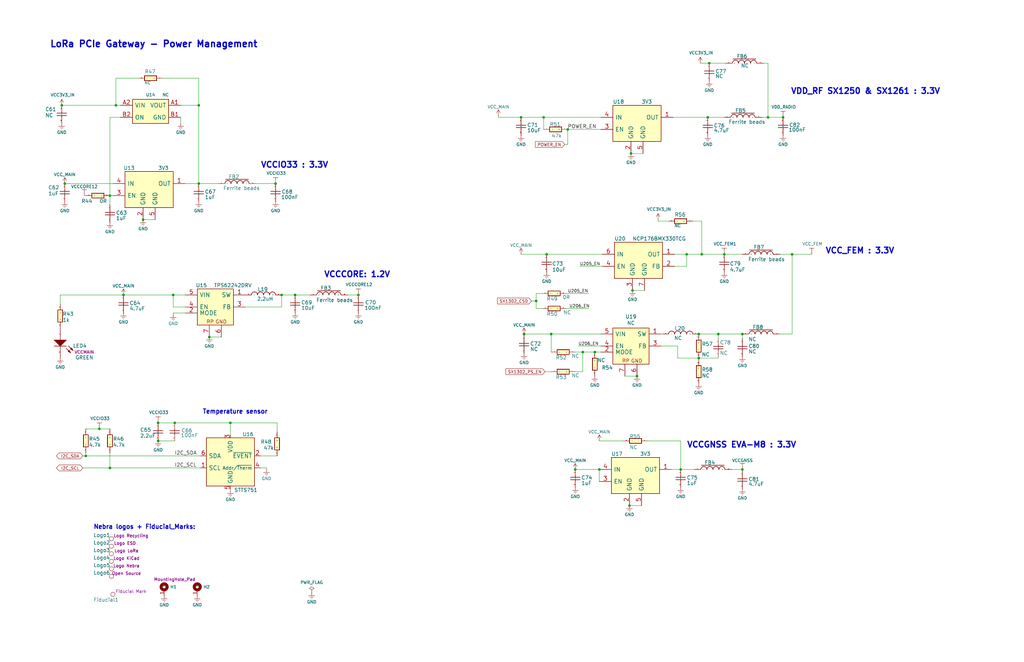
<source format=kicad_sch>
(kicad_sch (version 20230121) (generator eeschema)
  (paper "B")
  (junction (at 83.82 77.47))
  (junction (at 313.055 140.97))
  (junction (at 73.025 124.46))
  (junction (at 334.01 107.315))
  (junction (at 97.155 178.435))
  (junction (at 250.825 148.59))
  (junction (at 245.745 148.59))
  (junction (at 252.73 198.12))
  (junction (at 26.035 44.45))
  (junction (at 36.195 192.405))
  (junction (at 116.205 77.47))
  (junction (at 268.605 158.75))
  (junction (at 124.46 124.46))
  (junction (at 48.895 44.45))
  (junction (at 294.64 151.13))
  (junction (at 41.91 180.975))
  (junction (at 298.45 49.53))
  (junction (at 313.055 198.12))
  (junction (at 52.07 124.46))
  (junction (at 239.395 54.61))
  (junction (at 27.305 77.47))
  (junction (at 66.675 186.055))
  (junction (at 118.745 124.46))
  (junction (at 266.7 122.555))
  (junction (at 220.98 140.97))
  (junction (at 151.13 124.46))
  (junction (at 265.43 213.36))
  (junction (at 60.325 92.71))
  (junction (at 88.265 142.24))
  (junction (at 230.505 107.315))
  (junction (at 46.355 82.55))
  (junction (at 287.02 198.12))
  (junction (at 266.065 64.77))
  (junction (at 229.235 49.53))
  (junction (at 219.71 49.53))
  (junction (at 302.895 140.97))
  (junction (at 73.66 178.435))
  (junction (at 46.355 197.485))
  (junction (at 226.06 127))
  (junction (at 330.2 49.53))
  (junction (at 66.675 178.435))
  (junction (at 305.435 107.315))
  (junction (at 323.85 49.53))
  (junction (at 289.56 107.315))
  (junction (at 232.41 140.97))
  (junction (at 294.64 140.97))
  (junction (at 242.57 198.12))
  (junction (at 299.085 26.67))
  (junction (at 83.82 44.45))
  (junction (at 295.91 107.315))
  (wire (pts (xy 60.325 92.71) (xy 65.405 92.71)))
  (wire (pts (xy 242.57 198.12) (xy 252.73 198.12)))
  (wire (pts (xy 279.4 140.97) (xy 278.765 140.97)))
  (wire (pts (xy 270.51 213.36) (xy 265.43 213.36)))
  (wire (pts (xy 292.735 198.12) (xy 287.02 198.12)))
  (wire (pts (xy 48.895 44.45) (xy 26.035 44.45)))
  (wire (pts (xy 34.925 192.405) (xy 36.195 192.405)))
  (wire (pts (xy 334.01 107.315) (xy 342.265 107.315)))
  (wire (pts (xy 229.235 54.61) (xy 229.235 49.53)))
  (wire (pts (xy 283.845 49.53) (xy 298.45 49.53)))
  (wire (pts (xy 239.395 54.61) (xy 253.365 54.61)))
  (wire (pts (xy 228.6 130.175) (xy 226.06 130.175)))
  (wire (pts (xy 334.01 140.97) (xy 334.01 107.315)))
  (wire (pts (xy 287.02 198.12) (xy 283.21 198.12)))
  (wire (pts (xy 83.82 77.47) (xy 83.82 44.45)))
  (wire (pts (xy 76.2 44.45) (xy 83.82 44.45)))
  (wire (pts (xy 242.57 148.59) (xy 245.745 148.59)))
  (wire (pts (xy 73.66 178.435) (xy 97.155 178.435)))
  (wire (pts (xy 321.945 26.67) (xy 323.85 26.67)))
  (wire (pts (xy 46.355 82.55) (xy 46.355 86.36)))
  (wire (pts (xy 313.055 198.12) (xy 313.055 198.755)))
  (wire (pts (xy 294.64 151.13) (xy 302.895 151.13)))
  (wire (pts (xy 299.085 26.67) (xy 295.275 26.67)))
  (wire (pts (xy 224.155 127) (xy 226.06 127)))
  (wire (pts (xy 262.89 186.055) (xy 252.73 186.055)))
  (wire (pts (xy 294.64 151.13) (xy 285.75 151.13)))
  (wire (pts (xy 76.2 49.53) (xy 76.2 52.07)))
  (wire (pts (xy 47.625 82.55) (xy 46.355 82.55)))
  (wire (pts (xy 92.075 77.47) (xy 83.82 77.47)))
  (wire (pts (xy 254 107.315) (xy 230.505 107.315)))
  (wire (pts (xy 226.06 123.825) (xy 226.06 127)))
  (wire (pts (xy 46.355 197.485) (xy 46.355 191.135)))
  (wire (pts (xy 229.235 49.53) (xy 219.71 49.53)))
  (wire (pts (xy 73.025 132.08) (xy 73.025 132.715)))
  (wire (pts (xy 308.61 198.12) (xy 313.055 198.12)))
  (wire (pts (xy 323.85 49.53) (xy 330.2 49.53)))
  (wire (pts (xy 27.305 77.47) (xy 47.625 77.47)))
  (wire (pts (xy 78.105 129.54) (xy 73.025 129.54)))
  (wire (pts (xy 253.365 49.53) (xy 229.235 49.53)))
  (wire (pts (xy 328.93 107.315) (xy 334.01 107.315)))
  (wire (pts (xy 118.745 124.46) (xy 124.46 124.46)))
  (wire (pts (xy 242.57 156.845) (xy 245.745 156.845)))
  (wire (pts (xy 281.94 93.345) (xy 277.495 93.345)))
  (wire (pts (xy 226.06 127) (xy 226.06 130.175)))
  (wire (pts (xy 299.085 26.67) (xy 306.07 26.67)))
  (wire (pts (xy 292.1 93.345) (xy 295.91 93.345)))
  (wire (pts (xy 313.055 142.875) (xy 313.055 140.97)))
  (wire (pts (xy 36.195 192.405) (xy 36.195 191.135)))
  (wire (pts (xy 294.64 151.13) (xy 294.64 151.765)))
  (wire (pts (xy 295.91 107.315) (xy 305.435 107.315)))
  (wire (pts (xy 46.355 49.53) (xy 50.8 49.53)))
  (wire (pts (xy 252.73 203.2) (xy 252.73 198.12)))
  (wire (pts (xy 328.93 140.97) (xy 334.01 140.97)))
  (wire (pts (xy 84.455 197.485) (xy 46.355 197.485)))
  (wire (pts (xy 52.07 124.46) (xy 25.4 124.46)))
  (wire (pts (xy 284.48 112.395) (xy 289.56 112.395)))
  (wire (pts (xy 239.395 60.96) (xy 238.125 60.96)))
  (wire (pts (xy 68.58 33.02) (xy 83.82 33.02)))
  (wire (pts (xy 118.745 129.54) (xy 118.745 124.46)))
  (wire (pts (xy 323.85 26.67) (xy 323.85 49.53)))
  (wire (pts (xy 112.395 197.485) (xy 112.395 198.12)))
  (wire (pts (xy 302.895 142.875) (xy 302.895 140.97)))
  (wire (pts (xy 284.48 107.315) (xy 289.56 107.315)))
  (wire (pts (xy 83.82 33.02) (xy 83.82 44.45)))
  (wire (pts (xy 285.75 146.05) (xy 278.765 146.05)))
  (wire (pts (xy 287.02 186.055) (xy 287.02 198.12)))
  (wire (pts (xy 239.395 60.96) (xy 239.395 54.61)))
  (wire (pts (xy 250.825 148.59) (xy 253.365 148.59)))
  (wire (pts (xy 245.745 148.59) (xy 250.825 148.59)))
  (wire (pts (xy 271.145 64.77) (xy 266.065 64.77)))
  (wire (pts (xy 232.41 140.97) (xy 220.98 140.97)))
  (wire (pts (xy 295.91 93.345) (xy 295.91 107.315)))
  (wire (pts (xy 285.75 151.13) (xy 285.75 146.05)))
  (wire (pts (xy 146.685 124.46) (xy 151.13 124.46)))
  (wire (pts (xy 302.895 140.97) (xy 313.055 140.97)))
  (wire (pts (xy 34.925 197.485) (xy 46.355 197.485)))
  (wire (pts (xy 289.56 107.315) (xy 295.91 107.315)))
  (wire (pts (xy 46.355 82.55) (xy 46.355 49.53)))
  (wire (pts (xy 52.07 124.46) (xy 73.025 124.46)))
  (wire (pts (xy 210.185 49.53) (xy 210.185 48.895)))
  (wire (pts (xy 124.46 124.46) (xy 130.81 124.46)))
  (wire (pts (xy 244.475 112.395) (xy 254 112.395)))
  (wire (pts (xy 78.105 132.08) (xy 73.025 132.08)))
  (wire (pts (xy 298.45 49.53) (xy 305.435 49.53)))
  (wire (pts (xy 73.66 186.055) (xy 66.675 186.055)))
  (wire (pts (xy 253.365 146.05) (xy 243.84 146.05)))
  (wire (pts (xy 271.78 122.555) (xy 266.7 122.555)))
  (wire (pts (xy 230.505 107.315) (xy 219.71 107.315)))
  (wire (pts (xy 25.4 124.46) (xy 25.4 128.27)))
  (wire (pts (xy 245.745 156.845) (xy 245.745 148.59)))
  (wire (pts (xy 238.76 130.175) (xy 248.285 130.175)))
  (wire (pts (xy 78.105 77.47) (xy 83.82 77.47)))
  (wire (pts (xy 97.155 178.435) (xy 97.155 183.515)))
  (wire (pts (xy 116.84 178.435) (xy 116.84 182.245)))
  (wire (pts (xy 93.345 142.24) (xy 88.265 142.24)))
  (wire (pts (xy 109.855 197.485) (xy 112.395 197.485)))
  (wire (pts (xy 84.455 192.405) (xy 36.195 192.405)))
  (wire (pts (xy 238.76 123.825) (xy 248.285 123.825)))
  (wire (pts (xy 103.505 129.54) (xy 118.745 129.54)))
  (wire (pts (xy 220.98 140.97) (xy 220.98 141.605)))
  (wire (pts (xy 219.71 49.53) (xy 210.185 49.53)))
  (wire (pts (xy 321.31 49.53) (xy 323.85 49.53)))
  (wire (pts (xy 97.155 178.435) (xy 116.84 178.435)))
  (wire (pts (xy 277.495 93.345) (xy 277.495 92.71)))
  (wire (pts (xy 289.56 112.395) (xy 289.56 107.315)))
  (wire (pts (xy 109.855 192.405) (xy 116.84 192.405)))
  (wire (pts (xy 97.155 206.375) (xy 97.155 207.01)))
  (wire (pts (xy 294.64 140.97) (xy 302.895 140.97)))
  (wire (pts (xy 58.42 33.02) (xy 48.895 33.02)))
  (wire (pts (xy 107.95 77.47) (xy 116.205 77.47)))
  (wire (pts (xy 48.895 33.02) (xy 48.895 44.45)))
  (wire (pts (xy 73.025 124.46) (xy 78.105 124.46)))
  (wire (pts (xy 232.41 148.59) (xy 232.41 140.97)))
  (wire (pts (xy 36.195 180.975) (xy 41.91 180.975)))
  (wire (pts (xy 232.41 156.845) (xy 229.87 156.845)))
  (wire (pts (xy 226.06 123.825) (xy 228.6 123.825)))
  (wire (pts (xy 73.025 124.46) (xy 73.025 129.54)))
  (wire (pts (xy 50.8 44.45) (xy 48.895 44.45)))
  (wire (pts (xy 253.365 140.97) (xy 232.41 140.97)))
  (wire (pts (xy 302.895 151.13) (xy 302.895 150.495)))
  (wire (pts (xy 46.355 180.975) (xy 41.91 180.975)))
  (wire (pts (xy 273.05 186.055) (xy 287.02 186.055)))
  (wire (pts (xy 263.525 158.75) (xy 268.605 158.75)))
  (wire (pts (xy 36.195 82.55) (xy 35.56 82.55)))
  (wire (pts (xy 66.675 178.435) (xy 73.66 178.435)))
  (wire (pts (xy 305.435 107.315) (xy 313.055 107.315)))
  (text "VDD_RF SX1250 & SX1261 : 3.3V" (at 333.375 40.005 0) (effects (font (size 2.4384 2.4384) (thickness 0.4877) bold) (justify left bottom)))
  (text "LoRa PCIe Gateway - Power Management" (at 20.955 20.32 0) (effects (font (size 2.7432 2.7432) (thickness 0.5486) bold) (justify left bottom)))
  (text "VCCCORE: 1.2V" (at 136.525 117.348 0) (effects (font (size 2.4384 2.4384) (thickness 0.4877) bold) (justify left bottom)))
  (text "Nebra logos + Fiducial_Marks:" (at 39.37 223.52 0) (effects (font (size 1.8288 1.8288) (thickness 0.3658) bold) (justify left bottom)))
  (text "VCCIO33 : 3.3V" (at 109.855 71.12 0) (effects (font (size 2.4384 2.4384) (thickness 0.4877) bold) (justify left bottom)))
  (text "VCCGNSS EVA-M8 : 3.3V" (at 289.56 189.23 0) (effects (font (size 2.4384 2.4384) (thickness 0.4877) bold) (justify left bottom)))
  (text "Temperature sensor" (at 85.344 174.879 0) (effects (font (size 1.8288 1.8288) (thickness 0.3658) bold) (justify left bottom)))
  (text "VCC_FEM : 3.3V" (at 347.98 107.315 0) (effects (font (size 2.4384 2.4384) (thickness 0.4877) bold) (justify left bottom)))
  (label "POWER_EN" (at 239.395 54.61 0) (effects (font (size 1.524 1.524))))
  (label "U205_EN" (at 239.395 123.825 0))
  (label "I2C_SDA" (at 73.66 192.405 0) (effects (font (size 1.524 1.524))))
  (label "U206_EN" (at 240.03 130.175 0))
  (label "I2C_SCL" (at 73.66 197.485 0) (effects (font (size 1.524 1.524))))
  (label "U206_EN" (at 243.84 146.05 0))
  (label "U205_EN" (at 244.475 112.395 0))
  (global_label "I2C_SDA" (shape bidirectional) (at 34.925 192.405 180) (property "Intersheetrefs" "${INTERSHEET_REFS}" (effects hide)))
  (global_label "SX1302_PS_EN" (shape input) (at 229.87 156.845 180) (property "Intersheetrefs" "${INTERSHEET_REFS}" (effects hide)))
  (global_label "SX1302_CSD" (shape input) (at 224.155 127 180) (property "Intersheetrefs" "${INTERSHEET_REFS}" (effects hide)))
  (global_label "POWER_EN" (shape input) (at 238.125 60.96 180) (property "Intersheetrefs" "${INTERSHEET_REFS}" (effects hide)))
  (global_label "I2C_SCL" (shape bidirectional) (at 34.925 197.485 180) (property "Intersheetrefs" "${INTERSHEET_REFS}" (effects hide)))
  (symbol (lib_id "LoRa_PCIe_GW-rescue:GND") (at 27.305 85.09 0) (unit 1)
    (property "Reference" "#PWR0117" (effects hide))
    (property "Value" "GND" (at 27.305 88.9 0))
    (instances (project "CM4-BASE-BOARD" (path "" (reference "#PWR0117") (unit 1))) (project "LoRa_PCIe_GW" (path "" (reference "#PWR0166") (unit 1))))
  )
  (symbol (lib_id "LoRa_PCIe_GW-rescue:GND") (at 60.325 92.71 0) (unit 1)
    (property "Reference" "#PWR0123" (effects hide))
    (property "Value" "GND" (at 60.325 96.52 0))
    (instances (project "CM4-BASE-BOARD" (path "" (reference "#PWR0123") (unit 1))) (project "LoRa_PCIe_GW" (path "" (reference "#PWR0167") (unit 1))))
  )
  (symbol (lib_id "LoRa_PCIe_GW-rescue:Logo-") (at 47.625 250.825 0) (unit 1)
    (property "Reference" "Fiducial1" (at 39.37 254 0) (effects (font (size 1.524 1.524)) (justify left bottom)))
    (property "Value" "NC" (effects hide))
    (property "Footprint" "LoRa_PCIe_GW:fiducial_mark_signal_top" (effects hide))
    (property "Description" "Fiducial Mark" (at 55.245 249.555 0))
  )
  (symbol (lib_id "LoRa_PCIe_GW-rescue:Cap-") (at 287.02 198.12 270) (unit 1)
    (property "Reference" "C75" (at 289.56 202.438 90) (effects (font (size 1.524 1.524)) (justify left bottom)))
    (property "Value" "1uF" (at 289.56 204.724 90) (effects (font (size 1.524 1.524)) (justify left bottom)))
    (property "Footprint" "LoRa_PCIe_GW:ccer_402_smd_small" (effects hide))
    (property "Description" "1µF ±20% 10V Ceramic Capacitor X5R 0402 (1005 Metric)" (effects hide))
    (property "Manufacturer" "Murata" (effects hide))
    (property "Part Number" "GRM153R61A105ME95D" (effects hide))
    (property "Price[1k]" "0.038" (effects hide))
    (property "Supplier Link" "https://www.digikey.com/en/products/detail/murata-electronics/GRM153R61A105ME95D/4904820" (effects hide))
    (instances (project "CM4-BASE-BOARD" (path "" (reference "C75") (unit 1))) (project "LoRa_PCIe_GW" (path "" (reference "C226") (unit 1))))
  )
  (symbol (lib_id "LoRa_PCIe_GW-rescue:STTS751-") (at 86.995 205.105 0) (unit 1)
    (property "Reference" "U16" (at 102.235 184.15 0) (effects (font (size 1.524 1.524)) (justify left bottom)))
    (property "Value" "STTS751" (at 98.7552 207.6704 0) (effects (font (size 1.524 1.524)) (justify left bottom)))
    (property "Footprint" "LoRa_PCIe_GW:UDFN-6L_2X2mm" (effects hide))
    (property "Description" "Temperature Sensor Digital, Local -40°C ~ 125°C 11 b 6-UDFN (2x2)" (effects hide))
    (property "Manufacturer" "STMicroelectronics" (effects hide))
    (property "Part Number" "STTS751-0DP3F" (effects hide))
    (property "Price[1k]" "0.55" (effects hide))
    (property "Supplier Link" "https://www.digikey.com/en/products/filter/temperature-sensors-analog-and-digital-output/518" (effects hide))
    (instances (project "CM4-BASE-BOARD" (path "" (reference "U16") (unit 1))) (project "LoRa_PCIe_GW" (path "" (reference "U204") (unit 1))))
  )
  (symbol (lib_id "LoRa_PCIe_GW-rescue:TI-TPS62242DRV6-1600X1000TP-") (at 83.185 121.92 0) (unit 1)
    (property "Reference" "U15" (at 82.55 121.285 0) (effects (font (size 1.524 1.524)) (justify left bottom)))
    (property "Value" "TPS62242DRV" (at 90.17 121.285 0) (effects (font (size 1.524 1.524)) (justify left bottom)))
    (property "Footprint" "LoRa_PCIe_GW:DRV0006A_V" (effects hide))
    (property "Description" "Buck Switching Regulator IC Positive Fixed 1.2V 1 Output 300mA 6-WDFN Exposed Pad" (effects hide))
    (property "Manufacturer" "Texas Instruments" (effects hide))
    (property "Part Number" "TPS62242DRV" (effects hide))
    (property "Price[1k]" "0.53" (effects hide))
    (property "Supplier Link" "https://www.digikey.com/en/products/detail/texas-instruments/TPS62242DRVR/1908036" (effects hide))
    (instances (project "CM4-BASE-BOARD" (path "" (reference "U15") (unit 1))) (project "LoRa_PCIe_GW" (path "" (reference "U202") (unit 1))))
  )
  (symbol (lib_id "LoRa_PCIe_GW-rescue:VCC_MAIN") (at 252.73 186.055 0) (unit 1)
    (property "Reference" "#PWR0146" (effects hide))
    (property "Value" "VCC_MAIN" (at 252.73 182.245 0))
    (instances (project "CM4-BASE-BOARD" (path "" (reference "#PWR0146") (unit 1))) (project "LoRa_PCIe_GW" (path "" (reference "#PWR0277") (unit 1))))
  )
  (symbol (lib_id "LoRa_PCIe_GW-rescue:Logo-") (at 46.99 233.68 0) (unit 1)
    (property "Reference" "Logo3" (at 39.37 233.045 0) (effects (font (size 1.524 1.524)) (justify left bottom)))
    (property "Value" "NC" (effects hide))
    (property "Footprint" "LoRa_PCIe_GW:Logo_LoRa" (effects hide))
    (property "Description" "Logo LoRa" (at 53.34 232.41 0))
  )
  (symbol (lib_id "LoRa_PCIe_GW-rescue:Cap-") (at 83.82 77.47 270) (unit 1)
    (property "Reference" "C67" (at 86.36 81.788 90) (effects (font (size 1.524 1.524)) (justify left bottom)))
    (property "Value" "1uF" (at 86.36 84.074 90) (effects (font (size 1.524 1.524)) (justify left bottom)))
    (property "Footprint" "LoRa_PCIe_GW:ccer_402_smd_small" (effects hide))
    (property "Description" "1µF ±20% 10V Ceramic Capacitor X5R 0402 (1005 Metric)" (effects hide))
    (property "Manufacturer" "Murata" (effects hide))
    (property "Part Number" "GRM153R61A105ME95D" (effects hide))
    (property "Price[1k]" "0.038" (effects hide))
    (property "Supplier Link" "https://www.digikey.com/en/products/detail/murata-electronics/GRM153R61A105ME95D/4904820" (effects hide))
    (instances (project "CM4-BASE-BOARD" (path "" (reference "C67") (unit 1))) (project "LoRa_PCIe_GW" (path "" (reference "C202") (unit 1))))
  )
  (symbol (lib_id "LoRa_PCIe_GW-rescue:TPS22908") (at 55.88 41.91 0) (unit 1)
    (property "Reference" "U14" (at 63.5 40.005 0))
    (property "Value" "NC" (at 69.85 40.005 0))
    (property "Footprint" "LoRa_PCIe_GW:DSBGA-4" (effects hide))
    (property "Datasheet" "https://www.ti.com/lit/ds/symlink/tps22908.pdf?HQS=dis-dk-null-digikeymode-dsf-pf-null-wwe&ts=1617801788421" (effects hide))
    (property "Description" "Power Switch/Driver 1:1 P-Channel 1A 4-DSBGA (0.9x0.9)" (effects hide))
    (property "Manufacturer" "Texas Instruments" (effects hide))
    (property "Part Number" "TPS22908" (effects hide))
    (property "Price[1k]" "0.28" (effects hide))
    (property "Supplier Link" "https://www.digikey.com/en/products/detail/texas-instruments/TPS22908YZTT/3588754" (effects hide))
    (instances (project "CM4-BASE-BOARD" (path "" (reference "U14") (unit 1))) (project "LoRa_PCIe_GW" (path "" (reference "U200") (unit 1))))
  )
  (symbol (lib_id "LoRa_PCIe_GW-rescue:GND") (at 294.64 161.925 0) (unit 1)
    (property "Reference" "#PWR0153" (effects hide))
    (property "Value" "GND" (at 294.64 165.735 0))
    (instances (project "CM4-BASE-BOARD" (path "" (reference "#PWR0153") (unit 1))) (project "LoRa_PCIe_GW" (path "" (reference "#PWR0282") (unit 1))))
  )
  (symbol (lib_id "LoRa_PCIe_GW-rescue:GND") (at 330.2 57.15 0) (unit 1)
    (property "Reference" "#PWR0163" (effects hide))
    (property "Value" "GND" (at 330.2 60.96 0))
    (instances (project "CM4-BASE-BOARD" (path "" (reference "#PWR0163") (unit 1))) (project "LoRa_PCIe_GW" (path "" (reference "#PWR0186") (unit 1))))
  )
  (symbol (lib_id "LoRa_PCIe_GW-rescue:Cap-") (at 313.055 198.755 270) (unit 1)
    (property "Reference" "C81" (at 315.595 203.073 90) (effects (font (size 1.524 1.524)) (justify left bottom)))
    (property "Value" "4.7uF" (at 315.595 205.105 90) (effects (font (size 1.524 1.524)) (justify left bottom)))
    (property "Footprint" "LoRa_PCIe_GW:ccer_402_smd_small" (effects hide))
    (property "Description" "4.7µF ±20% 6.3V Ceramic Capacitor X5R 0402 (1005 Metric)" (effects hide))
    (property "Manufacturer" "Murata" (effects hide))
    (property "Part Number" "GRM155R60J475ME47D" (effects hide))
    (property "Price[1k]" "0.089" (effects hide))
    (property "Supplier Link" "https://www.digikey.com/en/products/detail/murata-electronics/GRM155R60J475ME47D/3694656" (effects hide))
    (instances (project "CM4-BASE-BOARD" (path "" (reference "C81") (unit 1))) (project "LoRa_PCIe_GW" (path "" (reference "C224") (unit 1))))
  )
  (symbol (lib_id "LoRa_PCIe_GW-rescue:Logo-") (at 46.99 236.855 0) (unit 1)
    (property "Reference" "Logo4" (at 39.37 236.22 0) (effects (font (size 1.524 1.524)) (justify left bottom)))
    (property "Value" "NC" (effects hide))
    (property "Footprint" "LoRa_PCIe_GW:Logo_KiCad" (effects hide))
    (property "Description" "Logo KiCad" (at 53.34 235.585 0))
  )
  (symbol (lib_id "LoRa_PCIe_GW-rescue:GND") (at 230.505 114.935 0) (unit 1)
    (property "Reference" "#PWR0142" (effects hide))
    (property "Value" "GND" (at 230.505 118.745 0))
    (instances (project "CM4-BASE-BOARD" (path "" (reference "#PWR0142") (unit 1))) (project "LoRa_PCIe_GW" (path "" (reference "#PWR0188") (unit 1))))
  )
  (symbol (lib_id "LoRa_PCIe_GW-rescue:Resistor-") (at 232.41 148.59 0) (unit 1)
    (property "Reference" "R52" (at 234.315 151.765 0) (effects (font (size 1.524 1.524)) (justify left bottom)))
    (property "Value" "NC" (at 240.9698 151.0538 0) (effects (font (size 1.524 1.524)) (justify left bottom)))
    (property "Footprint" "LoRa_PCIe_GW:rlc_201_smd_small" (effects hide))
    (property "Description" "0 Ohms Jumper 0.05W, 1/20W Chip Resistor 0201 (0603 Metric)  Thick Film" (effects hide))
    (property "Manufacturer" "Vishay Dale" (effects hide))
    (property "Part Number" "CRCW02010000Z0ED" (effects hide))
    (property "Price[1k]" "0.006" (effects hide))
    (property "Supplier Link" "https://www.digikey.com/en/products/detail/vishay-dale/CRCW02010000Z0ED/1178434?s=N4IgTCBcDaIMICU4HUAMZUEZU9QLVQFEAREAXQF8g" (effects hide))
    (instances (project "CM4-BASE-BOARD" (path "" (reference "R52") (unit 1))) (project "LoRa_PCIe_GW" (path "" (reference "R209") (unit 1)) (path "" (reference "R?") (unit 1))))
  )
  (symbol (lib_id "LoRa_PCIe_GW-rescue:GND") (at 305.435 114.935 0) (unit 1)
    (property "Reference" "#PWR0158" (effects hide))
    (property "Value" "GND" (at 305.435 118.745 0))
    (instances (project "CM4-BASE-BOARD" (path "" (reference "#PWR0158") (unit 1))) (project "LoRa_PCIe_GW" (path "" (reference "#PWR0190") (unit 1))))
  )
  (symbol (lib_id "LoRa_PCIe_GW-rescue:NCP103-") (at 52.705 87.63 0) (unit 1)
    (property "Reference" "U13" (at 52.07 71.755 0) (effects (font (size 1.524 1.524)) (justify left bottom)))
    (property "Value" "3V3" (at 66.675 71.755 0) (effects (font (size 1.524 1.524)) (justify left bottom)))
    (property "Footprint" "LoRa_PCIe_GW:UDFN4_1x1mm" (effects hide))
    (property "Description" "Linear Voltage Regulator IC Positive Fixed 1 Output  150mA 4-UDFN (1.0x1.0)" (effects hide))
    (property "Manufacturer" "ON Semiconductor" (effects hide))
    (property "Part Number" "NCP103AMX330TCG" (effects hide))
    (property "Price[1k]" "0.097" (effects hide))
    (property "Supplier Link" "https://www.digikey.com/en/products/detail/on-semiconductor/NCP103AMX330TCG/5022526" (effects hide))
    (instances (project "CM4-BASE-BOARD" (path "" (reference "U13") (unit 1))) (project "LoRa_PCIe_GW" (path "" (reference "U201") (unit 1))))
  )
  (symbol (lib_id "LoRa_PCIe_GW-rescue:GND") (at 88.265 142.24 0) (unit 1)
    (property "Reference" "#PWR0129" (effects hide))
    (property "Value" "GND" (at 88.265 146.05 0))
    (instances (project "CM4-BASE-BOARD" (path "" (reference "#PWR0129") (unit 1))) (project "LoRa_PCIe_GW" (path "" (reference "#PWR0176") (unit 1))))
  )
  (symbol (lib_id "LoRa_PCIe_GW-rescue:VCCCORE12") (at 35.56 82.55 0) (unit 1)
    (property "Reference" "#PWR0118" (effects hide))
    (property "Value" "VCCCORE12" (at 35.56 78.74 0))
    (instances (project "CM4-BASE-BOARD" (path "" (reference "#PWR0118") (unit 1))) (project "LoRa_PCIe_GW" (path "" (reference "#PWR09") (unit 1))))
  )
  (symbol (lib_id "LoRa_PCIe_GW-rescue:Inductor-") (at 279.4 140.97 0) (unit 1)
    (property "Reference" "L20" (at 284.48 139.446 0) (effects (font (size 1.524 1.524)) (justify left bottom)))
    (property "Value" "NC" (at 284.226 143.51 0) (effects (font (size 1.524 1.524)) (justify left bottom)))
    (property "Footprint" "LoRa_PCIe_GW:LQM2HPN2R2MJ0L" (effects hide))
    (property "Description" "2.2µH Shielded Multilayer Inductor 1A 150mOhm Max 1008 (2520 Metric) " (effects hide))
    (property "Manufacturer" "Murata" (effects hide))
    (property "Part Number" "LQM2HPN2R2MJ0L" (effects hide))
    (property "Price[1k]" "0.14" (effects hide))
    (property "Supplier Link" "https://www.digikey.com/en/products/detail/murata-electronics/LQM2HPN2R2MJ0L/2594611" (effects hide))
    (instances (project "CM4-BASE-BOARD" (path "" (reference "L20") (unit 1))) (project "LoRa_PCIe_GW" (path "" (reference "L201") (unit 1))))
  )
  (symbol (lib_id "LoRa_PCIe_GW-rescue:Cap-") (at 298.45 49.53 270) (unit 1)
    (property "Reference" "C76" (at 300.99 53.848 90) (effects (font (size 1.524 1.524)) (justify left bottom)))
    (property "Value" "4.7uF" (at 300.99 55.88 90) (effects (font (size 1.524 1.524)) (justify left bottom)))
    (property "Footprint" "LoRa_PCIe_GW:ccer_402_smd_small" (effects hide))
    (property "Description" "4.7µF ±20% 6.3V Ceramic Capacitor X5R 0402 (1005 Metric)" (effects hide))
    (property "Manufacturer" "Murata" (effects hide))
    (property "Part Number" "GRM155R60J475ME47D" (effects hide))
    (property "Price[1k]" "0.089" (effects hide))
    (property "Supplier Link" "https://www.digikey.com/en/products/detail/murata-electronics/GRM155R60J475ME47D/3694656" (effects hide))
    (instances (project "CM4-BASE-BOARD" (path "" (reference "C76") (unit 1))) (project "LoRa_PCIe_GW" (path "" (reference "C213") (unit 1))))
  )
  (symbol (lib_id "LoRa_PCIe_GW-rescue:GND") (at 242.57 205.74 0) (unit 1)
    (property "Reference" "#PWR0144" (effects hide))
    (property "Value" "GND" (at 242.57 209.55 0))
    (instances (project "CM4-BASE-BOARD" (path "" (reference "#PWR0144") (unit 1))) (project "LoRa_PCIe_GW" (path "" (reference "#PWR04") (unit 1))))
  )
  (symbol (lib_id "LoRa_PCIe_GW-rescue:VCCIO33") (at 116.205 77.47 0) (unit 1)
    (property "Reference" "#PWR0132" (effects hide))
    (property "Value" "VCCIO33" (at 116.459 73.0758 0))
    (instances (project "CM4-BASE-BOARD" (path "" (reference "#PWR0132") (unit 1))) (project "LoRa_PCIe_GW" (path "" (reference "#PWR0169") (unit 1))))
  )
  (symbol (lib_id "LoRa_PCIe_GW-rescue:VCC_MAIN") (at 220.98 140.97 0) (unit 1)
    (property "Reference" "#PWR0140" (effects hide))
    (property "Value" "VCC_MAIN" (at 220.98 137.16 0))
    (instances (project "CM4-BASE-BOARD" (path "" (reference "#PWR0140") (unit 1))) (project "LoRa_PCIe_GW" (path "" (reference "#PWR0181") (unit 1))))
  )
  (symbol (lib_id "LoRa_PCIe_GW-rescue:Logo-") (at 46.99 243.205 0) (unit 1)
    (property "Reference" "Logo6" (at 39.37 242.57 0) (effects (font (size 1.524 1.524)) (justify left bottom)))
    (property "Value" "NC" (effects hide))
    (property "Footprint" "LoRa_PCIe_GW:open_source" (effects hide))
    (property "Description" "Open Source" (at 53.34 241.935 0))
  )
  (symbol (lib_id "LoRa_PCIe_GW-rescue:GND") (at 266.065 64.77 0) (unit 1)
    (property "Reference" "#PWR0148" (effects hide))
    (property "Value" "GND" (at 266.065 68.58 0))
    (instances (project "CM4-BASE-BOARD" (path "" (reference "#PWR0148") (unit 1))) (project "LoRa_PCIe_GW" (path "" (reference "#PWR0184") (unit 1))))
  )
  (symbol (lib_id "LoRa_PCIe_GW-rescue:TI-TPS62242DRV6-1600X1000TP-") (at 258.445 138.43 0) (unit 1)
    (property "Reference" "U19" (at 266.065 133.6294 0) (effects (font (size 1.524 1.524))))
    (property "Value" "NC" (at 266.065 136.3218 0) (effects (font (size 1.524 1.524))))
    (property "Footprint" "LoRa_PCIe_GW:DRV0006A_V" (effects hide))
    (property "Datasheet" "https://www.ti.com/general/docs/suppproductinfo.tsp?distId=10&gotoUrl=http%3A%2F%2Fwww.ti.com%2Flit%2Fgpn%2Ftps62263" (effects hide))
    (property "Description" "Buck Switching Regulator IC Positive Adjustable 0.6V 1 Output 600mA 6-WDFN" (effects hide))
    (property "Manufacturer" "Texas Instruments" (effects hide))
    (property "Part Number" "TPS62260DRVR" (effects hide))
    (property "Price[1k]" "0.74" (effects hide))
    (property "Supplier Link" "https://www.digikey.com/en/products/detail/texas-instruments/TPS62260DRVR/1908045" (effects hide))
    (instances (project "CM4-BASE-BOARD" (path "" (reference "U19") (unit 1))) (project "LoRa_PCIe_GW" (path "" (reference "U207") (unit 1))))
  )
  (symbol (lib_id "LoRa_PCIe_GW-rescue:Resistor-") (at 116.84 192.405 90) (unit 1)
    (property "Reference" "R48" (at 109.855 187.325 90) (effects (font (size 1.524 1.524)) (justify right top)))
    (property "Value" "47k" (at 111.125 189.865 90) (effects (font (size 1.524 1.524)) (justify right top)))
    (property "Footprint" "LoRa_PCIe_GW:rlc_201_smd_small" (effects hide))
    (property "Description" "47 kOhms ±5% 0.05W, 1/20W Chip Resistor 0201  Thick Film" (effects hide))
    (property "Manufacturer" "Vishay Dale" (effects hide))
    (property "Part Number" "CRCW020147K0" (effects hide))
    (property "Price[1k]" "0.039" (effects hide))
    (property "Supplier Link" "https://www.digikey.com/en/products/detail/vishay-dale/CRCW020147K0FKED/1968131" (effects hide))
    (instances (project "CM4-BASE-BOARD" (path "" (reference "R48") (unit 1))) (project "LoRa_PCIe_GW" (path "" (reference "R205") (unit 1)) (path "" (reference "R?") (unit 1))))
  )
  (symbol (lib_id "LoRa_PCIe_GW-rescue:Resistor-") (at 228.6 123.825 0) (unit 1)
    (property "Reference" "R49" (at 230.505 127 0) (effects (font (size 1.524 1.524)) (justify left bottom)))
    (property "Value" "0R" (at 237.1598 126.2888 0) (effects (font (size 1.524 1.524)) (justify left bottom)))
    (property "Footprint" "LoRa_PCIe_GW:rlc_201_smd_small" (effects hide))
    (property "Description" "0 Ohms Jumper 0.05W, 1/20W Chip Resistor 0201 (0603 Metric)  Thick Film" (effects hide))
    (property "Manufacturer" "Vishay Dale" (effects hide))
    (property "Part Number" "CRCW02010000Z0ED" (effects hide))
    (property "Price[1k]" "0.006" (effects hide))
    (property "Supplier Link" "https://www.digikey.com/en/products/detail/vishay-dale/CRCW02010000Z0ED/1178434?s=N4IgTCBcDaIMICU4HUAMZUEZU9QLVQFEAREAXQF8g" (effects hide))
    (instances (project "CM4-BASE-BOARD" (path "" (reference "R49") (unit 1))) (project "LoRa_PCIe_GW" (path "" (reference "R207") (unit 1)) (path "" (reference "R?") (unit 1))))
  )
  (symbol (lib_id "LoRa_PCIe_GW-rescue:Cap-") (at 27.305 77.47 270) (unit 1)
    (property "Reference" "C62" (at 20.32 80.01 90) (effects (font (size 1.524 1.524)) (justify left bottom)))
    (property "Value" "1uF" (at 20.32 82.55 90) (effects (font (size 1.524 1.524)) (justify left bottom)))
    (property "Footprint" "LoRa_PCIe_GW:ccer_402_smd_small" (effects hide))
    (property "Description" "1µF ±20% 10V Ceramic Capacitor X5R 0402 (1005 Metric)" (effects hide))
    (property "Manufacturer" "Murata" (effects hide))
    (property "Part Number" "GRM153R61A105ME95D" (effects hide))
    (property "Price[1k]" "0.038" (effects hide))
    (property "Supplier Link" "https://www.digikey.com/en/products/detail/murata-electronics/GRM153R61A105ME95D/4904820" (effects hide))
    (instances (project "CM4-BASE-BOARD" (path "" (reference "C62") (unit 1))) (project "LoRa_PCIe_GW" (path "" (reference "C201") (unit 1))))
  )
  (symbol (lib_id "LoRa_PCIe_GW-rescue:GND") (at 299.085 34.29 0) (unit 1)
    (property "Reference" "#PWR0156" (effects hide))
    (property "Value" "GND" (at 299.085 38.1 0))
    (instances (project "CM4-BASE-BOARD" (path "" (reference "#PWR0156") (unit 1))) (project "LoRa_PCIe_GW" (path "" (reference "#PWR0286") (unit 1))))
  )
  (symbol (lib_id "LoRa_PCIe_GW-rescue:Cap-") (at 116.205 85.09 90) (unit 1)
    (property "Reference" "C68" (at 118.745 81.788 90) (effects (font (size 1.524 1.524)) (justify right top)))
    (property "Value" "100nF" (at 118.491 84.074 90) (effects (font (size 1.524 1.524)) (justify right top)))
    (property "Footprint" "LoRa_PCIe_GW:ccer_402_smd_small" (effects hide))
    (property "Description" "Multilayer ceramic capacitors X7R ±10%, 16V" (effects hide))
    (property "Manufacturer" "Murata" (effects hide))
    (property "Part Number" "GMD155R71C104KA11" (effects hide))
    (property "Price[1k]" "0.01" (effects hide))
    (property "Supplier Link" "https://www.digikey.com/en/products/detail/murata-electronics/GMD155R71C104KA11D/10696609" (effects hide))
    (instances (project "CM4-BASE-BOARD" (path "" (reference "C68") (unit 1))) (project "LoRa_PCIe_GW" (path "" (reference "C220") (unit 1))))
  )
  (symbol (lib_id "LoRa_PCIe_GW-rescue:Cap-") (at 302.895 150.495 90) (unit 1)
    (property "Reference" "C78" (at 303.53 145.415 90) (effects (font (size 1.524 1.524)) (justify right top)))
    (property "Value" "NC" (at 303.53 149.86 90) (effects (font (size 1.524 1.524)) (justify right top)))
    (property "Footprint" "LoRa_PCIe_GW:ccer_201_smd_small" (effects hide))
    (property "Description" "22PF ±1% 50V Ceramic Capacitor C0G, NP0 0201 (0603 Metric)" (effects hide))
    (property "Manufacturer" "Murata" (effects hide))
    (property "Part Number" "GRM0335C1H220FA01D" (effects hide))
    (property "Price[1k]" "0.01" (effects hide))
    (property "Supplier Link" "https://www.digikey.com/en/products/detail/murata-electronics/GRM0335C1H220FA01D/11618542" (effects hide))
    (instances (project "CM4-BASE-BOARD" (path "" (reference "C78") (unit 1))) (project "LoRa_PCIe_GW" (path "" (reference "C214") (unit 1))))
  )
  (symbol (lib_id "LoRa_PCIe_GW-rescue:Cap-") (at 220.98 141.605 270) (unit 1)
    (property "Reference" "C72" (at 223.52 145.923 90) (effects (font (size 1.524 1.524)) (justify left bottom)))
    (property "Value" "NC" (at 223.52 148.209 90) (effects (font (size 1.524 1.524)) (justify left bottom)))
    (property "Footprint" "LoRa_PCIe_GW:ccer_603_smd_small" (effects hide))
    (property "Description" "4.7µF ±10% 16V Ceramic Capacitor X5R 0603 (1608 Metric)" (effects hide))
    (property "Manufacturer" "Murata" (effects hide))
    (property "Part Number" "GRM188R61C475KAAJD" (effects hide))
    (property "Price[1k]" "0.089" (effects hide))
    (property "Supplier Link" "https://www.digikey.com/en/products/detail/murata-electronics/GRM188R61C475KAAJD/5027566" (effects hide))
    (instances (project "CM4-BASE-BOARD" (path "" (reference "C72") (unit 1))) (project "LoRa_PCIe_GW" (path "" (reference "C205") (unit 1))))
  )
  (symbol (lib_id "LoRa_PCIe_GW-rescue:Cap-") (at 305.435 107.315 270) (unit 1)
    (property "Reference" "C79" (at 307.721 112.141 90) (effects (font (size 1.524 1.524)) (justify left bottom)))
    (property "Value" "4.7uF" (at 307.721 114.681 90) (effects (font (size 1.524 1.524)) (justify left bottom)))
    (property "Footprint" "LoRa_PCIe_GW:ccer_603_smd_small" (effects hide))
    (property "Description" "4.7µF ±10% 16V Ceramic Capacitor X5R 0603 (1608 Metric)" (effects hide))
    (property "Manufacturer" "Murata" (effects hide))
    (property "Part Number" "GRM188R61C475KAAJD" (effects hide))
    (property "Price[1k]" "0.089" (effects hide))
    (property "Supplier Link" "https://www.digikey.com/en/products/detail/murata-electronics/GRM188R61C475KAAJD/5027566" (effects hide))
    (instances (project "CM4-BASE-BOARD" (path "" (reference "C79") (unit 1))) (project "LoRa_PCIe_GW" (path "" (reference "C206") (unit 1))))
  )
  (symbol (lib_id "LoRa_PCIe_GW-rescue:VCCCORE12") (at 151.13 124.46 0) (unit 1)
    (property "Reference" "#PWR0135" (effects hide))
    (property "Value" "VCCCORE12" (at 151.384 120.0658 0))
    (instances (project "CM4-BASE-BOARD" (path "" (reference "#PWR0135") (unit 1))) (project "LoRa_PCIe_GW" (path "" (reference "#PWR0180") (unit 1))))
  )
  (symbol (lib_id "LoRa_PCIe_GW-rescue:Resistor-") (at 294.64 151.13 90) (unit 1)
    (property "Reference" "R57" (at 295.91 146.05 90) (effects (font (size 1.524 1.524)) (justify right top)))
    (property "Value" "NC" (at 295.91 150.495 90) (effects (font (size 1.524 1.524)) (justify right top)))
    (property "Footprint" "LoRa_PCIe_GW:rlc_201_smd_small" (effects hide))
    (property "Description" "806K ±1% 0.05W, 1/20W Chip Resistor 0201 (0603 Metric) - Thick Film" (effects hide))
    (property "Manufacturer" "Vishay Dale" (effects hide))
    (property "Part Number" "CRCW0201806KFNED" (effects hide))
    (property "Price[1k]" "0.011" (effects hide))
    (property "Supplier Link" "https://www.digikey.com/en/products/detail/vishay-dale/CRCW0201806KFNED/1200116" (effects hide))
    (instances (project "CM4-BASE-BOARD" (path "" (reference "R57") (unit 1))) (project "LoRa_PCIe_GW" (path "" (reference "R211") (unit 1))))
  )
  (symbol (lib_id "LoRa_PCIe_GW-rescue:Resistor-") (at 250.825 158.75 90) (unit 1)
    (property "Reference" "R54" (at 258.445 154.305 90) (effects (font (size 1.524 1.524)) (justify left bottom)))
    (property "Value" "NC" (at 255.27 151.13 90) (effects (font (size 1.524 1.524)) (justify left bottom)))
    (property "Footprint" "LoRa_PCIe_GW:rlc_201_smd_small" (effects hide))
    (property "Description" "0 Ohms Jumper 0.05W, 1/20W Chip Resistor 0201 (0603 Metric)  Thick Film" (effects hide))
    (property "Manufacturer" "Vishay Dale" (effects hide))
    (property "Part Number" "CRCW02010000Z0ED" (effects hide))
    (property "Price[1k]" "0.006" (effects hide))
    (property "Supplier Link" "https://www.digikey.com/en/products/detail/vishay-dale/CRCW02010000Z0ED/1178434?s=N4IgTCBcDaIMICU4HUAMZUEZU9QLVQFEAREAXQF8g" (effects hide))
    (instances (project "CM4-BASE-BOARD" (path "" (reference "R54") (unit 1))) (project "LoRa_PCIe_GW" (path "" (reference "R210") (unit 1)) (path "" (reference "R?") (unit 1))))
  )
  (symbol (lib_id "LoRa_PCIe_GW-rescue:GND") (at 298.45 57.15 0) (unit 1)
    (property "Reference" "#PWR0155" (effects hide))
    (property "Value" "GND" (at 298.45 60.96 0))
    (instances (project "CM4-BASE-BOARD" (path "" (reference "#PWR0155") (unit 1))) (project "LoRa_PCIe_GW" (path "" (reference "#PWR0185") (unit 1))))
  )
  (symbol (lib_id "LoRa_PCIe_GW-rescue:Cap-") (at 46.355 86.36 270) (unit 1)
    (property "Reference" "C63" (at 48.895 90.678 90) (effects (font (size 1.524 1.524)) (justify left bottom)))
    (property "Value" "1uF" (at 48.895 92.964 90) (effects (font (size 1.524 1.524)) (justify left bottom)))
    (property "Footprint" "LoRa_PCIe_GW:ccer_402_smd_small" (effects hide))
    (property "Description" "1µF ±20% 10V Ceramic Capacitor X5R 0402 (1005 Metric)" (effects hide))
    (property "Manufacturer" "Murata" (effects hide))
    (property "Part Number" "GRM153R61A105ME95D" (effects hide))
    (property "Price[1k]" "0.038" (effects hide))
    (property "Supplier Link" "https://www.digikey.com/en/products/detail/murata-electronics/GRM153R61A105ME95D/4904820" (effects hide))
    (instances (project "CM4-BASE-BOARD" (path "" (reference "C63") (unit 1))) (project "LoRa_PCIe_GW" (path "" (reference "C200") (unit 1))))
  )
  (symbol (lib_id "LoRa_PCIe_GW-rescue:VCC_FEM") (at 342.265 107.315 0) (unit 1)
    (property "Reference" "#PWR0164" (effects hide))
    (property "Value" "VCC_FEM" (at 342.519 102.9208 0))
    (instances (project "CM4-BASE-BOARD" (path "" (reference "#PWR0164") (unit 1))) (project "LoRa_PCIe_GW" (path "" (reference "#PWR0193") (unit 1))))
  )
  (symbol (lib_id "LoRa_PCIe_GW-rescue:Ferrite_beads-") (at 305.435 49.53 0) (unit 1)
    (property "Reference" "FB5" (at 310.007 47.498 0) (effects (font (size 1.524 1.524)) (justify left bottom)))
    (property "Value" "Ferrite beads" (at 307.213 52.324 0) (effects (font (size 1.524 1.524)) (justify left bottom)))
    (property "Footprint" "LoRa_PCIe_GW:rlc_402_smd_small" (effects hide))
    (property "Description" "10 Ohms @ 100MHz 1 Power Line Ferrite Bead 0402 (1005 Metric) 1A 25mOhm" (effects hide))
    (property "Manufacturer" "Murata" (effects hide))
    (property "Part Number" "BLM15PG100SN1D" (effects hide))
    (property "Price[1k]" "0.027" (effects hide))
    (property "Supplier Link" "https://www.digikey.com/en/products/detail/murata-electronics/BLM15PG100SN1D/2587980" (effects hide))
    (instances (project "CM4-BASE-BOARD" (path "" (reference "FB5") (unit 1))) (project "LoRa_PCIe_GW" (path "" (reference "FB205") (unit 1))))
  )
  (symbol (lib_id "LoRa_PCIe_GW-rescue:Logo-") (at 46.99 230.505 0) (unit 1)
    (property "Reference" "Logo2" (at 39.37 229.87 0) (effects (font (size 1.524 1.524)) (justify left bottom)))
    (property "Value" "NC" (effects hide))
    (property "Footprint" "LoRa_PCIe_GW:Logo_ESD" (effects hide))
    (property "Description" "Logo ESD" (at 52.705 229.235 0))
  )
  (symbol (lib_id "LoRa_PCIe_GW-rescue:VCC3V3_IN") (at 26.035 44.45 0) (unit 1)
    (property "Reference" "#PWR0114" (effects hide))
    (property "Value" "VCC3V3_IN" (at 26.416 40.0558 0))
    (instances (project "CM4-BASE-BOARD" (path "" (reference "#PWR0114") (unit 1))) (project "LoRa_PCIe_GW" (path "" (reference "#PWR03") (unit 1))))
  )
  (symbol (lib_id "LoRa_PCIe_GW-rescue:VCC_MAIN") (at 27.305 77.47 0) (unit 1)
    (property "Reference" "#PWR0116" (effects hide))
    (property "Value" "VCC_MAIN" (at 27.305 73.66 0))
    (instances (project "CM4-BASE-BOARD" (path "" (reference "#PWR0116") (unit 1))) (project "LoRa_PCIe_GW" (path "" (reference "#PWR0165") (unit 1))))
  )
  (symbol (lib_id "LoRa_PCIe_GW-rescue:VCC_MAIN") (at 242.57 198.12 0) (unit 1)
    (property "Reference" "#PWR0143" (effects hide))
    (property "Value" "VCC_MAIN" (at 242.57 194.31 0))
    (instances (project "CM4-BASE-BOARD" (path "" (reference "#PWR0143") (unit 1))) (project "LoRa_PCIe_GW" (path "" (reference "#PWR0275") (unit 1))))
  )
  (symbol (lib_id "LoRa_PCIe_GW-rescue:GND") (at 266.7 122.555 0) (unit 1)
    (property "Reference" "#PWR0149" (effects hide))
    (property "Value" "GND" (at 266.7 126.365 0))
    (instances (project "CM4-BASE-BOARD" (path "" (reference "#PWR0149") (unit 1))) (project "LoRa_PCIe_GW" (path "" (reference "#PWR0189") (unit 1))))
  )
  (symbol (lib_id "LoRa_PCIe_GW-rescue:GND") (at 287.02 205.74 0) (unit 1)
    (property "Reference" "#PWR0152" (effects hide))
    (property "Value" "GND" (at 287.02 209.55 0))
    (instances (project "CM4-BASE-BOARD" (path "" (reference "#PWR0152") (unit 1))) (project "LoRa_PCIe_GW" (path "" (reference "#PWR07") (unit 1))))
  )
  (symbol (lib_id "LoRa_PCIe_GW-rescue:GND") (at 131.445 250.19 0) (unit 1)
    (property "Reference" "#PWR0167" (effects hide))
    (property "Value" "GND" (at 131.445 254 0))
    (instances (project "CM4-BASE-BOARD" (path "" (reference "#PWR0167") (unit 1))) (project "LoRa_PCIe_GW" (path "" (reference "#PWR0270") (unit 1))))
  )
  (symbol (lib_id "LoRa_PCIe_GW-rescue:Ferrite_beads-") (at 92.075 77.47 0) (unit 1)
    (property "Reference" "FB2" (at 96.393 75.438 0) (effects (font (size 1.524 1.524)) (justify left bottom)))
    (property "Value" "Ferrite beads" (at 94.107 80.264 0) (effects (font (size 1.524 1.524)) (justify left bottom)))
    (property "Footprint" "LoRa_PCIe_GW:rlc_402_smd_small" (effects hide))
    (property "Description" "10 Ohms @ 100MHz 1 Power Line Ferrite Bead 0402 (1005 Metric) 1A 25mOhm" (effects hide))
    (property "Manufacturer" "Murata" (effects hide))
    (property "Part Number" "BLM15PG100SN1D" (effects hide))
    (property "Price[1k]" "0.027" (effects hide))
    (property "Supplier Link" "https://www.digikey.com/en/products/detail/murata-electronics/BLM15PG100SN1D/2587980" (effects hide))
    (instances (project "CM4-BASE-BOARD" (path "" (reference "FB2") (unit 1))) (project "LoRa_PCIe_GW" (path "" (reference "FB207") (unit 1))))
  )
  (symbol (lib_id "LoRa_PCIe_GW-rescue:VCCIO33") (at 41.91 180.975 0) (unit 1)
    (property "Reference" "#PWR0119" (effects hide))
    (property "Value" "VCCIO33" (at 42.164 176.5808 0))
    (instances (project "CM4-BASE-BOARD" (path "" (reference "#PWR0119") (unit 1))) (project "LoRa_PCIe_GW" (path "" (reference "#PWR0198") (unit 1))))
  )
  (symbol (lib_id "LoRa_PCIe_GW-rescue:GND") (at 97.155 207.01 0) (unit 1)
    (property "Reference" "#PWR0130" (effects hide))
    (property "Value" "GND" (at 97.155 210.82 0))
    (instances (project "CM4-BASE-BOARD" (path "" (reference "#PWR0130") (unit 1))) (project "LoRa_PCIe_GW" (path "" (reference "#PWR0195") (unit 1))))
  )
  (symbol (lib_id "LoRa_PCIe_GW-rescue:Cap-") (at 52.07 124.46 270) (unit 1)
    (property "Reference" "C64" (at 54.61 128.778 90) (effects (font (size 1.524 1.524)) (justify left bottom)))
    (property "Value" "4.7uF" (at 54.61 131.064 90) (effects (font (size 1.524 1.524)) (justify left bottom)))
    (property "Footprint" "LoRa_PCIe_GW:ccer_603_smd_small" (effects hide))
    (property "Description" "4.7µF ±10% 16V Ceramic Capacitor X5R 0603 (1608 Metric)" (effects hide))
    (property "Manufacturer" "Murata" (effects hide))
    (property "Part Number" "GRM188R61C475KAAJD" (effects hide))
    (property "Price[1k]" "0.089" (effects hide))
    (property "Supplier Link" "https://www.digikey.com/en/products/detail/murata-electronics/GRM188R61C475KAAJD/5027566" (effects hide))
    (instances (project "CM4-BASE-BOARD" (path "" (reference "C64") (unit 1))) (project "LoRa_PCIe_GW" (path "" (reference "C204") (unit 1))))
  )
  (symbol (lib_id "LoRa_PCIe_GW-rescue:GND") (at 112.395 198.12 0) (unit 1)
    (property "Reference" "#PWR0131" (effects hide))
    (property "Value" "GND" (at 112.395 201.93 0))
    (instances (project "CM4-BASE-BOARD" (path "" (reference "#PWR0131") (unit 1))) (project "LoRa_PCIe_GW" (path "" (reference "#PWR0194") (unit 1))))
  )
  (symbol (lib_id "LoRa_PCIe_GW-rescue:VDD_RADIO") (at 330.2 49.53 0) (unit 1)
    (property "Reference" "#PWR0162" (effects hide))
    (property "Value" "VDD_RADIO" (at 330.454 45.1358 0))
    (instances (project "CM4-BASE-BOARD" (path "" (reference "#PWR0162") (unit 1))) (project "LoRa_PCIe_GW" (path "" (reference "#PWR0187") (unit 1))))
  )
  (symbol (lib_id "LoRa_PCIe_GW-rescue:VCC3V3_IN") (at 277.495 92.71 0) (unit 1)
    (property "Reference" "#PWR0151" (effects hide))
    (property "Value" "VCC3V3_IN" (at 277.876 88.3158 0))
    (instances (project "CM4-BASE-BOARD" (path "" (reference "#PWR0151") (unit 1))) (project "LoRa_PCIe_GW" (path "" (reference "#PWR0164") (unit 1))))
  )
  (symbol (lib_id "LoRa_PCIe_GW-rescue:GND") (at 66.675 186.055 0) (unit 1)
    (property "Reference" "#PWR0125" (effects hide))
    (property "Value" "GND" (at 66.675 189.865 0))
    (instances (project "CM4-BASE-BOARD" (path "" (reference "#PWR0125") (unit 1))) (project "LoRa_PCIe_GW" (path "" (reference "#PWR0196") (unit 1))))
  )
  (symbol (lib_id "LoRa_PCIe_GW-rescue:VCC_MAIN") (at 219.71 107.315 0) (unit 1)
    (property "Reference" "#PWR0139" (effects hide))
    (property "Value" "VCC_MAIN" (at 219.71 103.505 0))
    (instances (project "CM4-BASE-BOARD" (path "" (reference "#PWR0139") (unit 1))) (project "LoRa_PCIe_GW" (path "" (reference "#PWR0191") (unit 1))))
  )
  (symbol (lib_id "LoRa_PCIe_GW-rescue:Resistor-") (at 294.64 161.925 90) (unit 1)
    (property "Reference" "R58" (at 295.91 156.845 90) (effects (font (size 1.524 1.524)) (justify right top)))
    (property "Value" "NC" (at 295.91 159.385 90) (effects (font (size 1.524 1.524)) (justify right top)))
    (property "Footprint" "LoRa_PCIe_GW:rlc_201_smd_small" (effects hide))
    (property "Description" "187K OHM 1% 1/20W 0201" (effects hide))
    (property "Manufacturer" "Vishay Dale" (effects hide))
    (property "Part Number" "CRCW0201187KFNED" (effects hide))
    (property "Price[1k]" "0.011" (effects hide))
    (property "Supplier Link" "https://www.digikey.com/en/products/detail/vishay-dale/CRCW0201187KFNED/1200045" (effects hide))
    (instances (project "CM4-BASE-BOARD" (path "" (reference "R58") (unit 1))) (project "LoRa_PCIe_GW" (path "" (reference "R212") (unit 1))))
  )
  (symbol (lib_id "LoRa_PCIe_GW-rescue:Resistor-") (at 229.235 54.61 0) (unit 1)
    (property "Reference" "R51" (at 231.775 53.34 0) (effects (font (size 1.524 1.524)) (justify left bottom)))
    (property "Value" "47k" (at 232.537 58.166 0) (effects (font (size 1.524 1.524)) (justify left bottom)))
    (property "Footprint" "LoRa_PCIe_GW:rlc_201_smd_small" (effects hide))
    (property "Description" "47 kOhms ±5% 0.05W, 1/20W Chip Resistor 0201  Thick Film" (effects hide))
    (property "Manufacturer" "Vishay Dale" (effects hide))
    (property "Part Number" "CRCW020147K0" (effects hide))
    (property "Price[1k]" "0.039" (effects hide))
    (property "Supplier Link" "https://www.digikey.com/en/products/detail/vishay-dale/CRCW020147K0FKED/1968131" (effects hide))
    (instances (project "CM4-BASE-BOARD" (path "" (reference "R51") (unit 1))) (project "LoRa_PCIe_GW" (path "" (reference "R201") (unit 1))))
  )
  (symbol (lib_id "LoRa_PCIe_GW-rescue:Ferrite_beads-") (at 306.07 26.67 0) (unit 1)
    (property "Reference" "FB6" (at 310.642 24.638 0) (effects (font (size 1.524 1.524)) (justify left bottom)))
    (property "Value" "NC" (at 312.42 28.575 0) (effects (font (size 1.524 1.524)) (justify left bottom)))
    (property "Footprint" "LoRa_PCIe_GW:rlc_402_smd_small" (effects hide))
    (property "Description" "10 Ohms @ 100MHz 1 Power Line Ferrite Bead 0402 (1005 Metric) 1A 25mOhm" (effects hide))
    (property "Manufacturer" "Murata" (effects hide))
    (property "Part Number" "BLM15PG100SN1D" (effects hide))
    (property "Price[1k]" "0.027" (effects hide))
    (property "Supplier Link" "https://www.digikey.com/en/products/detail/murata-electronics/BLM15PG100SN1D/2587980" (effects hide))
    (instances (project "CM4-BASE-BOARD" (path "" (reference "FB6") (unit 1))) (project "LoRa_PCIe_GW" (path "" (reference "FB203") (unit 1))))
  )
  (symbol (lib_id "LoRa_PCIe_GW-rescue:GND") (at 83.185 251.46 0) (unit 1)
    (property "Reference" "#PWR0166" (effects hide))
    (property "Value" "GND" (at 83.185 255.27 0))
    (instances (project "CM4-BASE-BOARD" (path "" (reference "#PWR0166") (unit 1))) (project "LoRa_PCIe_GW" (path "" (reference "#PWR02") (unit 1))))
  )
  (symbol (lib_id "LoRa_PCIe_GW-rescue:Cap-") (at 219.71 49.53 270) (unit 1)
    (property "Reference" "C71" (at 222.25 53.594 90) (effects (font (size 1.524 1.524)) (justify left bottom)))
    (property "Value" "10uF" (at 222.25 55.88 90) (effects (font (size 1.524 1.524)) (justify left bottom)))
    (property "Footprint" "LoRa_PCIe_GW:ccer_603_smd_small" (effects hide))
    (property "Description" "10µF ±10% 16V Ceramic Capacitor X5R 0603 (1608 Metric)" (effects hide))
    (property "Manufacturer" "Murata" (effects hide))
    (property "Part Number" "GRM188R61C106KAAL" (effects hide))
    (property "Price[1k]" "0.1" (effects hide))
    (property "Supplier Link" "https://www.digikey.com/en/products/detail/murata-electronics/GRM188R61C106KAALJ/4905339" (effects hide))
    (instances (project "CM4-BASE-BOARD" (path "" (reference "C71") (unit 1))) (project "LoRa_PCIe_GW" (path "" (reference "C212") (unit 1))))
  )
  (symbol (lib_id "LoRa_PCIe_GW-rescue:GND") (at 219.71 57.15 0) (unit 1)
    (property "Reference" "#PWR0138" (effects hide))
    (property "Value" "GND" (at 219.71 60.96 0))
    (instances (project "CM4-BASE-BOARD" (path "" (reference "#PWR0138") (unit 1))) (project "LoRa_PCIe_GW" (path "" (reference "#PWR0183") (unit 1))))
  )
  (symbol (lib_id "LoRa_PCIe_GW-rescue:Logo-") (at 46.99 227.33 0) (unit 1)
    (property "Reference" "Logo1" (at 39.37 226.695 0) (effects (font (size 1.524 1.524)) (justify left bottom)))
    (property "Value" "NC" (effects hide))
    (property "Footprint" "LoRa_PCIe_GW:Logo_Recycling" (effects hide))
    (property "Description" "Logo Recycling" (at 55.245 226.06 0))
  )
  (symbol (lib_id "LoRa_PCIe_GW-rescue:GND") (at 52.07 132.08 0) (unit 1)
    (property "Reference" "#PWR0122" (effects hide))
    (property "Value" "GND" (at 52.07 135.89 0))
    (instances (project "CM4-BASE-BOARD" (path "" (reference "#PWR0122") (unit 1))) (project "LoRa_PCIe_GW" (path "" (reference "#PWR0174") (unit 1))))
  )
  (symbol (lib_id "LoRa_PCIe_GW-rescue:GND") (at 116.205 85.09 0) (unit 1)
    (property "Reference" "#PWR0133" (effects hide))
    (property "Value" "GND" (at 116.205 88.9 0))
    (instances (project "CM4-BASE-BOARD" (path "" (reference "#PWR0133") (unit 1))) (project "LoRa_PCIe_GW" (path "" (reference "#PWR0170") (unit 1))))
  )
  (symbol (lib_id "LoRa_PCIe_GW-rescue:Ferrite_beads-") (at 313.055 107.315 0) (unit 1)
    (property "Reference" "FB7" (at 317.754 105.1814 0) (effects (font (size 1.524 1.524)) (justify left bottom)))
    (property "Value" "Ferrite beads" (at 315.468 110.2614 0) (effects (font (size 1.524 1.524)) (justify left bottom)))
    (property "Footprint" "LoRa_PCIe_GW:rlc_402_smd_small" (effects hide))
    (property "Description" "10 Ohms @ 100MHz 1 Power Line Ferrite Bead 0402 (1005 Metric) 1A 25mOhm" (effects hide))
    (property "Manufacturer" "Murata" (effects hide))
    (property "Part Number" "BLM15PG100SN1D" (effects hide))
    (property "Price[1k]" "0.027" (effects hide))
    (property "Supplier Link" "https://www.digikey.com/en/products/detail/murata-electronics/BLM15PG100SN1D/2587980" (effects hide))
    (instances (project "CM4-BASE-BOARD" (path "" (reference "FB7") (unit 1))) (project "LoRa_PCIe_GW" (path "" (reference "FB211") (unit 1))))
  )
  (symbol (lib_id "LoRa_PCIe_GW-rescue:GND") (at 46.355 93.98 0) (unit 1)
    (property "Reference" "#PWR0120" (effects hide))
    (property "Value" "GND" (at 46.355 97.79 0))
    (instances (project "CM4-BASE-BOARD" (path "" (reference "#PWR0120") (unit 1))) (project "LoRa_PCIe_GW" (path "" (reference "#PWR011") (unit 1))))
  )
  (symbol (lib_id "LoRa_PCIe_GW-rescue:Cap-") (at 313.055 142.875 270) (unit 1)
    (property "Reference" "C80" (at 315.595 146.939 90) (effects (font (size 1.524 1.524)) (justify left bottom)))
    (property "Value" "NC" (at 315.595 149.225 90) (effects (font (size 1.524 1.524)) (justify left bottom)))
    (property "Footprint" "LoRa_PCIe_GW:ccer_603_smd_small" (effects hide))
    (property "Description" "10µF ±10% 16V Ceramic Capacitor X5R 0603 (1608 Metric)" (effects hide))
    (property "Manufacturer" "Murata" (effects hide))
    (property "Part Number" "GRM188R61C106KAAL" (effects hide))
    (property "Price[1k]" "0.1" (effects hide))
    (property "Supplier Link" "https://www.digikey.com/en/products/detail/murata-electronics/GRM188R61C106KAALJ/4905339" (effects hide))
    (instances (project "CM4-BASE-BOARD" (path "" (reference "C80") (unit 1))) (project "LoRa_PCIe_GW" (path "" (reference "C211") (unit 1))))
  )
  (symbol (lib_id "LoRa_PCIe_GW-rescue:Resistor-") (at 68.58 33.02 180) (unit 1)
    (property "Reference" "R47" (at 60.96 31.115 0) (effects (font (size 1.524 1.524)) (justify right top)))
    (property "Value" "NC" (at 62.23 34.925 0))
    (property "Footprint" "LoRa_PCIe_GW:rlc_402_smd_small" (effects hide))
    (property "Description" "CRCW04020000ZSTD" (effects hide))
    (property "Manufacturer" "Vishay Dale" (effects hide))
    (property "Part Number" "CRCW04020000ZSTD" (effects hide))
    (property "Price[1k]" "0.014" (effects hide))
    (property "Supplier Link" "https://www.digikey.com/en/products/detail/vishay-dale/CRCW04020000ZSTD/1226552" (effects hide))
    (instances (project "CM4-BASE-BOARD" (path "" (reference "R47") (unit 1))) (project "LoRa_PCIe_GW" (path "" (reference "R215") (unit 1))))
  )
  (symbol (lib_id "LoRa_PCIe_GW-rescue:GND") (at 313.055 206.375 0) (unit 1)
    (property "Reference" "#PWR0161" (effects hide))
    (property "Value" "GND" (at 313.055 210.185 0))
    (instances (project "CM4-BASE-BOARD" (path "" (reference "#PWR0161") (unit 1))) (project "LoRa_PCIe_GW" (path "" (reference "#PWR0171") (unit 1))))
  )
  (symbol (lib_id "LoRa_PCIe_GW-rescue:Cap-") (at 242.57 198.12 270) (unit 1)
    (property "Reference" "C74" (at 245.11 202.438 90) (effects (font (size 1.524 1.524)) (justify left bottom)))
    (property "Value" "1uF" (at 245.11 204.724 90) (effects (font (size 1.524 1.524)) (justify left bottom)))
    (property "Footprint" "LoRa_PCIe_GW:ccer_402_smd_small" (effects hide))
    (property "Description" "1µF ±20% 10V Ceramic Capacitor X5R 0402 (1005 Metric)" (effects hide))
    (property "Manufacturer" "Murata" (effects hide))
    (property "Part Number" "GRM153R61A105ME95D" (effects hide))
    (property "Price[1k]" "0.038" (effects hide))
    (property "Supplier Link" "https://www.digikey.com/en/products/detail/murata-electronics/GRM153R61A105ME95D/4904820" (effects hide))
    (instances (project "CM4-BASE-BOARD" (path "" (reference "C74") (unit 1))) (project "LoRa_PCIe_GW" (path "" (reference "C225") (unit 1))))
  )
  (symbol (lib_id "LoRa_PCIe_GW-rescue:GND") (at 26.035 52.07 0) (unit 1)
    (property "Reference" "#PWR0115" (effects hide))
    (property "Value" "GND" (at 26.035 55.88 0))
    (instances (project "CM4-BASE-BOARD" (path "" (reference "#PWR0115") (unit 1))) (project "LoRa_PCIe_GW" (path "" (reference "#PWR0287") (unit 1))))
  )
  (symbol (lib_id "LoRa_PCIe_GW-rescue:VCC_FEM1") (at 305.435 107.315 0) (unit 1)
    (property "Reference" "#PWR0157" (effects hide))
    (property "Value" "VCC_FEM1" (at 305.689 102.9208 0))
    (instances (project "CM4-BASE-BOARD" (path "" (reference "#PWR0157") (unit 1))) (project "LoRa_PCIe_GW" (path "" (reference "#PWR0192") (unit 1))))
  )
  (symbol (lib_id "LoRa_PCIe_GW-rescue:Resistor-") (at 36.195 191.135 90) (unit 1)
    (property "Reference" "R45" (at 37.465 186.055 90) (effects (font (size 1.524 1.524)) (justify right top)))
    (property "Value" "4.7k" (at 37.465 188.595 90) (effects (font (size 1.524 1.524)) (justify right top)))
    (property "Footprint" "LoRa_PCIe_GW:rlc_201_smd_small" (effects hide))
    (property "Description" "4.7 kOhms ±1% 0.05W, 1/20W Chip Resistor 0201 (0603 Metric)  Thick Film" (effects hide))
    (property "Manufacturer" "Vishay Dale" (effects hide))
    (property "Part Number" "CRCW02014K70FNED" (effects hide))
    (property "Price[1k]" "0.011" (effects hide))
    (property "Supplier Link" "https://www.digikey.com/en/products/detail/vishay-dale/CRCW02014K70FNED/1199881?s=N4IgTCBcDaIMICU4HUAMZUEYAsBpA7KgGIByAogCIgC6AvkA" (effects hide))
    (instances (project "CM4-BASE-BOARD" (path "" (reference "R45") (unit 1))) (project "LoRa_PCIe_GW" (path "" (reference "R203") (unit 1))))
  )
  (symbol (lib_id "LoRa_PCIe_GW-rescue:Cap-") (at 124.46 124.46 270) (unit 1)
    (property "Reference" "C69" (at 127 128.524 90) (effects (font (size 1.524 1.524)) (justify left bottom)))
    (property "Value" "10uF" (at 127 130.81 90) (effects (font (size 1.524 1.524)) (justify left bottom)))
    (property "Footprint" "LoRa_PCIe_GW:ccer_603_smd_small" (effects hide))
    (property "Description" "10µF ±10% 16V Ceramic Capacitor X5R 0603 (1608 Metric)" (effects hide))
    (property "Manufacturer" "Murata" (effects hide))
    (property "Part Number" "GRM188R61C106KAAL" (effects hide))
    (property "Price[1k]" "0.1" (effects hide))
    (property "Supplier Link" "https://www.digikey.com/en/products/detail/murata-electronics/GRM188R61C106KAALJ/4905339" (effects hide))
    (instances (project "CM4-BASE-BOARD" (path "" (reference "C69") (unit 1))) (project "LoRa_PCIe_GW" (path "" (reference "C203") (unit 1))))
  )
  (symbol (lib_id "LoRa_PCIe_GW-rescue:Inductor-") (at 103.505 124.46 0) (unit 1)
    (property "Reference" "L19" (at 108.585 122.936 0) (effects (font (size 1.524 1.524)) (justify left bottom)))
    (property "Value" "2.2uH" (at 108.331 127 0) (effects (font (size 1.524 1.524)) (justify left bottom)))
    (property "Footprint" "LoRa_PCIe_GW:LQM2HPN2R2MJ0L" (effects hide))
    (property "Description" "2.2µH Shielded Multilayer Inductor 1A 150mOhm Max 1008 (2520 Metric) " (effects hide))
    (property "Manufacturer" "Murata" (effects hide))
    (property "Part Number" "LQM2HPN2R2MJ0L" (effects hide))
    (property "Price[1k]" "0.14" (effects hide))
    (property "Supplier Link" "https://www.digikey.com/en/products/detail/murata-electronics/LQM2HPN2R2MJ0L/2594611" (effects hide))
    (instances (project "CM4-BASE-BOARD" (path "" (reference "L19") (unit 1))) (project "LoRa_PCIe_GW" (path "" (reference "L200") (unit 1))))
  )
  (symbol (lib_id "LoRa_PCIe_GW-rescue:GND") (at 265.43 213.36 0) (unit 1)
    (property "Reference" "#PWR0147" (effects hide))
    (property "Value" "GND" (at 265.43 217.17 0))
    (instances (project "CM4-BASE-BOARD" (path "" (reference "#PWR0147") (unit 1))) (project "LoRa_PCIe_GW" (path "" (reference "#PWR05") (unit 1))))
  )
  (symbol (lib_id "LoRa_PCIe_GW-rescue:GND") (at 151.13 132.08 0) (unit 1)
    (property "Reference" "#PWR0136" (effects hide))
    (property "Value" "GND" (at 151.13 135.89 0))
    (instances (project "CM4-BASE-BOARD" (path "" (reference "#PWR0136") (unit 1))) (project "LoRa_PCIe_GW" (path "" (reference "#PWR0178") (unit 1))))
  )
  (symbol (lib_id "LoRa_PCIe_GW-rescue:GND") (at 76.2 52.07 0) (unit 1)
    (property "Reference" "#PWR0127" (effects hide))
    (property "Value" "GND" (at 76.2 55.88 0))
    (instances (project "CM4-BASE-BOARD" (path "" (reference "#PWR0127") (unit 1))) (project "LoRa_PCIe_GW" (path "" (reference "#PWR012") (unit 1))))
  )
  (symbol (lib_id "LoRa_PCIe_GW-rescue:Resistor-") (at 46.355 191.135 90) (unit 1)
    (property "Reference" "R46" (at 47.625 186.055 90) (effects (font (size 1.524 1.524)) (justify right top)))
    (property "Value" "4.7k" (at 47.625 188.595 90) (effects (font (size 1.524 1.524)) (justify right top)))
    (property "Footprint" "LoRa_PCIe_GW:rlc_201_smd_small" (effects hide))
    (property "Description" "4.7 kOhms ±1% 0.05W, 1/20W Chip Resistor 0201 (0603 Metric)  Thick Film" (effects hide))
    (property "Manufacturer" "Vishay Dale" (effects hide))
    (property "Part Number" "CRCW02014K70FNED" (effects hide))
    (property "Price[1k]" "0.011" (effects hide))
    (property "Supplier Link" "https://www.digikey.com/en/products/detail/vishay-dale/CRCW02014K70FNED/1199881?s=N4IgTCBcDaIMICU4HUAMZUEYAsBpA7KgGIByAogCIgC6AvkA" (effects hide))
    (instances (project "CM4-BASE-BOARD" (path "" (reference "R46") (unit 1))) (project "LoRa_PCIe_GW" (path "" (reference "R206") (unit 1))))
  )
  (symbol (lib_id "LoRa_PCIe_GW-rescue:Resistor-") (at 273.05 186.055 180) (unit 1)
    (property "Reference" "R55" (at 265.43 185.039 0) (effects (font (size 1.524 1.524)) (justify right top)))
    (property "Value" "NC" (at 265.43 189.611 0) (effects (font (size 1.524 1.524)) (justify right top)))
    (property "Footprint" "LoRa_PCIe_GW:rlc_402_smd_small" (effects hide))
    (property "Description" "CRCW04020000ZSTD" (effects hide))
    (property "Manufacturer" "Vishay Dale" (effects hide))
    (property "Part Number" "CRCW04020000ZSTD" (effects hide))
    (property "Price[1k]" "0.014" (effects hide))
    (property "Supplier Link" "https://www.digikey.com/en/products/detail/vishay-dale/CRCW04020000ZSTD/1226552" (effects hide))
    (instances (project "CM4-BASE-BOARD" (path "" (reference "R55") (unit 1))) (project "LoRa_PCIe_GW" (path "" (reference "R221") (unit 1))))
  )
  (symbol (lib_id "LoRa_PCIe_GW-rescue:Ferrite_beads-") (at 313.055 140.97 0) (unit 1)
    (property "Reference" "FB8" (at 317.373 138.938 0) (effects (font (size 1.524 1.524)) (justify left bottom)))
    (property "Value" "NC" (at 315.595 144.018 0) (effects (font (size 1.524 1.524)) (justify left bottom)))
    (property "Footprint" "LoRa_PCIe_GW:rlc_402_smd_small" (effects hide))
    (property "Description" "10 Ohms @ 100MHz 1 Power Line Ferrite Bead 0402 (1005 Metric) 1A 25mOhm" (effects hide))
    (property "Manufacturer" "Murata" (effects hide))
    (property "Part Number" "BLM15PG100SN1D" (effects hide))
    (property "Price[1k]" "0.027" (effects hide))
    (property "Supplier Link" "https://www.digikey.com/en/products/detail/murata-electronics/BLM15PG100SN1D/2587980" (effects hide))
    (instances (project "CM4-BASE-BOARD" (path "" (reference "FB8") (unit 1))) (project "LoRa_PCIe_GW" (path "" (reference "FB206") (unit 1))))
  )
  (symbol (lib_id "LoRa_PCIe_GW-rescue:NCP114-") (at 258.445 59.69 0) (unit 1)
    (property "Reference" "U18" (at 258.445 43.815 0) (effects (font (size 1.524 1.524)) (justify left bottom)))
    (property "Value" "3V3" (at 270.51 43.815 0) (effects (font (size 1.524 1.524)) (justify left bottom)))
    (property "Footprint" "LoRa_PCIe_GW:UDFN4_1x1mm" (effects hide))
    (property "Description" "Linear Voltage Regulator IC Positive Fixed 1 Output  300mA 4-UDFN (1.0x1.0)" (effects hide))
    (property "Manufacturer" "ON Semiconductor" (effects hide))
    (property "Part Number" "NCP114AMX330TBG" (effects hide))
    (property "Price[1k]" "0.078" (effects hide))
    (property "Supplier Link" "https://www.digikey.com/en/products/detail/on-semiconductor/NCP114AMX330TBG/6166731" (effects hide))
    (instances (project "CM4-BASE-BOARD" (path "" (reference "U18") (unit 1))) (project "LoRa_PCIe_GW" (path "" (reference "U203") (unit 1))))
  )
  (symbol (lib_id "LoRa_PCIe_GW-rescue:Resistor-") (at 36.195 82.55 0) (unit 1)
    (property "Reference" "R44" (at 34.29 85.725 0) (effects (font (size 1.524 1.524)) (justify left bottom)))
    (property "Value" "0R" (at 41.91 85.725 0) (effects (font (size 1.524 1.524)) (justify left bottom)))
    (property "Footprint" "LoRa_PCIe_GW:rlc_201_smd_small" (effects hide))
    (property "Description" "0 Ohms Jumper 0.05W, 1/20W Chip Resistor 0201 (0603 Metric)  Thick Film" (effects hide))
    (property "Manufacturer" "Vishay Dale" (effects hide))
    (property "Part Number" "CRCW02010000Z0ED" (effects hide))
    (property "Price[1k]" "0.006" (effects hide))
    (property "Supplier Link" "https://www.digikey.com/en/products/detail/vishay-dale/CRCW02010000Z0ED/1178434?s=N4IgTCBcDaIMICU4HUAMZUEZU9QLVQFEAREAXQF8g" (effects hide))
    (instances (project "CM4-BASE-BOARD" (path "" (reference "R44") (unit 1))) (project "LoRa_PCIe_GW" (path "" (reference "R200") (unit 1)) (path "" (reference "R?") (unit 1))))
  )
  (symbol (lib_id "LoRa_PCIe_GW-rescue:MountingHole_Pad") (at 69.215 247.65 0) (unit 1)
    (property "Reference" "H1" (at 71.755 247.6754 0) (effects (justify left)))
    (property "Value" "NC" (effects hide))
    (property "Footprint" "LoRa_PCIe_GW:MountingHole" (effects hide))
    (property "Description" "MountingHole_Pad" (at 73.66 244.475 0))
  )
  (symbol (lib_id "LoRa_PCIe_GW-rescue:Cap-") (at 299.085 26.67 270) (unit 1)
    (property "Reference" "C77" (at 301.625 30.988 90) (effects (font (size 1.524 1.524)) (justify left bottom)))
    (property "Value" "NC" (at 301.625 33.02 90) (effects (font (size 1.524 1.524)) (justify left bottom)))
    (property "Footprint" "LoRa_PCIe_GW:ccer_402_smd_small" (effects hide))
    (property "Description" "4.7µF ±20% 6.3V Ceramic Capacitor X5R 0402 (1005 Metric)" (effects hide))
    (property "Manufacturer" "Murata" (effects hide))
    (property "Part Number" "GRM155R60J475ME47D" (effects hide))
    (property "Price[1k]" "0.089" (effects hide))
    (property "Supplier Link" "https://www.digikey.com/en/products/detail/murata-electronics/GRM155R60J475ME47D/3694656" (effects hide))
    (instances (project "CM4-BASE-BOARD" (path "" (reference "C77") (unit 1))) (project "LoRa_PCIe_GW" (path "" (reference "C215") (unit 1))))
  )
  (symbol (lib_id "LoRa_PCIe_GW-rescue:Resistor-") (at 232.41 156.845 0) (unit 1)
    (property "Reference" "R53" (at 234.315 160.02 0) (effects (font (size 1.524 1.524)) (justify left bottom)))
    (property "Value" "NC" (at 240.9698 159.3088 0) (effects (font (size 1.524 1.524)) (justify left bottom)))
    (property "Footprint" "LoRa_PCIe_GW:rlc_201_smd_small" (effects hide))
    (property "Description" "0 Ohms Jumper 0.05W, 1/20W Chip Resistor 0201 (0603 Metric)  Thick Film" (effects hide))
    (property "Manufacturer" "Vishay Dale" (effects hide))
    (property "Part Number" "CRCW02010000Z0ED" (effects hide))
    (property "Price[1k]" "0.006" (effects hide))
    (property "Supplier Link" "https://www.digikey.com/en/products/detail/vishay-dale/CRCW02010000Z0ED/1178434?s=N4IgTCBcDaIMICU4HUAMZUEZU9QLVQFEAREAXQF8g" (effects hide))
    (instances (project "CM4-BASE-BOARD" (path "" (reference "R53") (unit 1))) (project "LoRa_PCIe_GW" (path "" (reference "R213") (unit 1)) (path "" (reference "R?") (unit 1))))
  )
  (symbol (lib_id "LoRa_PCIe_GW-rescue:Cap-") (at 230.505 107.315 270) (unit 1)
    (property "Reference" "C73" (at 232.791 112.141 90) (effects (font (size 1.524 1.524)) (justify left bottom)))
    (property "Value" "10uF" (at 232.791 114.681 90) (effects (font (size 1.524 1.524)) (justify left bottom)))
    (property "Footprint" "LoRa_PCIe_GW:ccer_603_smd_small" (effects hide))
    (property "Description" "10µF ±10% 16V Ceramic Capacitor X5R 0603 (1608 Metric)" (effects hide))
    (property "Manufacturer" "Murata" (effects hide))
    (property "Part Number" "GRM188R61C106KAAL" (effects hide))
    (property "Price[1k]" "0.1" (effects hide))
    (property "Supplier Link" "https://www.digikey.com/en/products/detail/murata-electronics/GRM188R61C106KAALJ/4905339" (effects hide))
    (instances (project "CM4-BASE-BOARD" (path "" (reference "C73") (unit 1))) (project "LoRa_PCIe_GW" (path "" (reference "C207") (unit 1))))
  )
  (symbol (lib_id "LoRa_PCIe_GW-rescue:Cap-") (at 330.2 57.15 90) (unit 1)
    (property "Reference" "C82" (at 332.74 53.594 90) (effects (font (size 1.524 1.524)) (justify right top)))
    (property "Value" "100nF" (at 332.486 55.626 90) (effects (font (size 1.524 1.524)) (justify right top)))
    (property "Footprint" "LoRa_PCIe_GW:ccer_402_smd_small" (effects hide))
    (property "Description" "Multilayer ceramic capacitors X7R ±10%, 16V" (effects hide))
    (property "Manufacturer" "Murata" (effects hide))
    (property "Part Number" "GMD155R71C104KA11" (effects hide))
    (property "Price[1k]" "0.01" (effects hide))
    (property "Supplier Link" "https://www.digikey.com/en/products/detail/murata-electronics/GMD155R71C104KA11D/10696609" (effects hide))
    (instances (project "CM4-BASE-BOARD" (path "" (reference "C82") (unit 1))) (project "LoRa_PCIe_GW" (path "" (reference "C208") (unit 1))))
  )
  (symbol (lib_id "LoRa_PCIe_GW-rescue:GND") (at 25.4 151.13 0) (unit 1)
    (property "Reference" "#PWR0113" (effects hide))
    (property "Value" "GND" (at 25.4 154.94 0))
    (instances (project "CM4-BASE-BOARD" (path "" (reference "#PWR0113") (unit 1))) (project "LoRa_PCIe_GW" (path "" (reference "#PWR0173") (unit 1))))
  )
  (symbol (lib_id "LoRa_PCIe_GW-rescue:GND") (at 83.82 85.09 0) (unit 1)
    (property "Reference" "#PWR0128" (effects hide))
    (property "Value" "GND" (at 83.82 88.9 0))
    (instances (project "CM4-BASE-BOARD" (path "" (reference "#PWR0128") (unit 1))) (project "LoRa_PCIe_GW" (path "" (reference "#PWR0168") (unit 1))))
  )
  (symbol (lib_id "LoRa_PCIe_GW-rescue:Ferrite_beads-") (at 130.81 124.46 0) (unit 1)
    (property "Reference" "FB3" (at 135.128 122.428 0) (effects (font (size 1.524 1.524)) (justify left bottom)))
    (property "Value" "Ferrite beads" (at 133.35 127.508 0) (effects (font (size 1.524 1.524)) (justify left bottom)))
    (property "Footprint" "LoRa_PCIe_GW:rlc_402_smd_small" (effects hide))
    (property "Description" "10 Ohms @ 100MHz 1 Power Line Ferrite Bead 0402 (1005 Metric) 1A 25mOhm" (effects hide))
    (property "Manufacturer" "Murata" (effects hide))
    (property "Part Number" "BLM15PG100SN1D" (effects hide))
    (property "Price[1k]" "0.027" (effects hide))
    (property "Supplier Link" "https://www.digikey.com/en/products/detail/murata-electronics/BLM15PG100SN1D/2587980" (effects hide))
    (instances (project "CM4-BASE-BOARD" (path "" (reference "FB3") (unit 1))) (project "LoRa_PCIe_GW" (path "" (reference "FB208") (unit 1))))
  )
  (symbol (lib_id "LoRa_PCIe_GW-rescue:VCC_MAIN") (at 52.07 124.46 0) (unit 1)
    (property "Reference" "#PWR0121" (effects hide))
    (property "Value" "VCC_MAIN" (at 52.07 120.65 0))
    (instances (project "CM4-BASE-BOARD" (path "" (reference "#PWR0121") (unit 1))) (project "LoRa_PCIe_GW" (path "" (reference "#PWR0179") (unit 1))))
  )
  (symbol (lib_id "LoRa_PCIe_GW-rescue:Resistor-") (at 228.6 130.175 0) (unit 1)
    (property "Reference" "R50" (at 230.505 133.35 0) (effects (font (size 1.524 1.524)) (justify left bottom)))
    (property "Value" "NC" (at 237.49 132.715 0) (effects (font (size 1.524 1.524)) (justify left bottom)))
    (property "Footprint" "LoRa_PCIe_GW:rlc_201_smd_small" (effects hide))
    (property "Description" "0 Ohms Jumper 0.05W, 1/20W Chip Resistor 0201 (0603 Metric)  Thick Film" (effects hide))
    (property "Manufacturer" "Vishay Dale" (effects hide))
    (property "Part Number" "CRCW02010000Z0ED" (effects hide))
    (property "Price[1k]" "0.006" (effects hide))
    (property "Supplier Link" "https://www.digikey.com/en/products/detail/vishay-dale/CRCW02010000Z0ED/1178434?s=N4IgTCBcDaIMICU4HUAMZUEZU9QLVQFEAREAXQF8g" (effects hide))
    (instances (project "CM4-BASE-BOARD" (path "" (reference "R50") (unit 1))) (project "LoRa_PCIe_GW" (path "" (reference "R204") (unit 1)) (path "" (reference "R?") (unit 1))))
  )
  (symbol (lib_id "LoRa_PCIe_GW-rescue:Resistor-") (at 292.1 93.345 180) (unit 1)
    (property "Reference" "R56" (at 284.48 91.44 0) (effects (font (size 1.524 1.524)) (justify right top)))
    (property "Value" "NC" (at 285.75 95.25 0))
    (property "Footprint" "LoRa_PCIe_GW:rlc_402_smd_small" (effects hide))
    (property "Description" "CRCW04020000ZSTD" (effects hide))
    (property "Manufacturer" "Vishay Dale" (effects hide))
    (property "Part Number" "CRCW04020000ZSTD" (effects hide))
    (property "Price[1k]" "0.014" (effects hide))
    (property "Supplier Link" "https://www.digikey.com/en/products/detail/vishay-dale/CRCW04020000ZSTD/1226552" (effects hide))
    (instances (project "CM4-BASE-BOARD" (path "" (reference "R56") (unit 1))) (project "LoRa_PCIe_GW" (path "" (reference "R222") (unit 1))))
  )
  (symbol (lib_id "LoRa_PCIe_GW-rescue:LED-") (at 25.4 138.43 270) (unit 1)
    (property "Reference" "LED4" (at 30.734 146.812 90) (effects (font (size 1.524 1.524)) (justify left bottom)))
    (property "Value" "GREEN" (at 31.75 151.765 90) (effects (font (size 1.524 1.524)) (justify left bottom)))
    (property "Footprint" "LoRa_PCIe_GW:CD1005-0402" (effects hide))
    (property "Description" "Green 570nm LED Indication - Discrete 1.9V 0402 (1005 Metric)" (effects hide))
    (property "Manufacturer" "Kingbright" (effects hide))
    (property "Part Number" "APHHS1005LCGCK" (effects hide))
    (property "Price[1k]" "0.11" (effects hide))
    (property "Supplier Link" "https://www.digikey.com/en/products/detail/kingbright/APHHS1005LCGCK/7318974" (effects hide))
    (property "Label" "VCCMAIN" (at 35.56 148.59 90))
  )
  (symbol (lib_id "LoRa_PCIe_GW-rescue:Resistor-") (at 25.4 128.27 270) (unit 1)
    (property "Reference" "R43" (at 26.416 133.35 90) (effects (font (size 1.524 1.524)) (justify left bottom)))
    (property "Value" "1k" (at 26.416 135.89 90) (effects (font (size 1.524 1.524)) (justify left bottom)))
    (property "Footprint" "LoRa_PCIe_GW:rlc_201_smd_small" (effects hide))
    (property "Description" "1k Ohm ±5% 0.05W, 1/20W Chip Resistor 0201 (0603 Metric) - Thick Film" (effects hide))
    (property "Manufacturer" "Vishay Dale" (effects hide))
    (property "Part Number" "CRCW02011K00JNED" (effects hide))
    (property "Price[1k]" "0.073" (effects hide))
    (property "Supplier Link" "https://www.digikey.com/en/products/detail/vishay-dale/CRCW02011K00JNED/1178450" (effects hide))
    (instances (project "CM4-BASE-BOARD" (path "" (reference "R43") (unit 1))) (project "LoRa_PCIe_GW" (path "" (reference "R208") (unit 1))))
  )
  (symbol (lib_id "LoRa_PCIe_GW-rescue:Cap-") (at 26.035 44.45 270) (unit 1)
    (property "Reference" "C61" (at 19.05 46.99 90) (effects (font (size 1.524 1.524)) (justify left bottom)))
    (property "Value" "NC" (at 19.05 49.53 90) (effects (font (size 1.524 1.524)) (justify left bottom)))
    (property "Footprint" "LoRa_PCIe_GW:ccer_402_smd_small" (effects hide))
    (property "Description" "1µF ±20% 10V Ceramic Capacitor X5R 0402 (1005 Metric)" (effects hide))
    (property "Manufacturer" "Murata" (effects hide))
    (property "Part Number" "GRM153R61A105ME95D" (effects hide))
    (property "Price[1k]" "0.038" (effects hide))
    (property "Supplier Link" "https://www.digikey.com/en/products/detail/murata-electronics/GRM153R61A105ME95D/4904820" (effects hide))
    (instances (project "CM4-BASE-BOARD" (path "" (reference "C61") (unit 1))) (project "LoRa_PCIe_GW" (path "" (reference "C209") (unit 1))))
  )
  (symbol (lib_id "LoRa_PCIe_GW-rescue:Ferrite_beads-") (at 292.735 198.12 0) (unit 1)
    (property "Reference" "FB4" (at 297.053 196.088 0) (effects (font (size 1.524 1.524)) (justify left bottom)))
    (property "Value" "Ferrite beads" (effects hide))
    (property "Footprint" "LoRa_PCIe_GW:rlc_402_smd_small" (effects hide))
    (property "Description" "10 Ohms @ 100MHz 1 Power Line Ferrite Bead 0402 (1005 Metric) 1A 25mOhm" (effects hide))
    (property "Manufacturer" "Murata" (effects hide))
    (property "Part Number" "BLM15PG100SN1D" (effects hide))
    (property "Price[1k]" "0.027" (effects hide))
    (property "Supplier Link" "https://www.digikey.com/en/products/detail/murata-electronics/BLM15PG100SN1D/2587980" (effects hide))
    (instances (project "CM4-BASE-BOARD" (path "" (reference "FB4") (unit 1))) (project "LoRa_PCIe_GW" (path "" (reference "FB212") (unit 1))))
  )
  (symbol (lib_id "LoRa_PCIe_GW-rescue:GND") (at 313.055 150.495 0) (unit 1)
    (property "Reference" "#PWR0159" (effects hide))
    (property "Value" "GND" (at 313.055 154.305 0))
    (instances (project "CM4-BASE-BOARD" (path "" (reference "#PWR0159") (unit 1))) (project "LoRa_PCIe_GW" (path "" (reference "#PWR0283") (unit 1))))
  )
  (symbol (lib_id "LoRa_PCIe_GW-rescue:GND") (at 69.215 251.46 0) (unit 1)
    (property "Reference" "#PWR0165" (effects hide))
    (property "Value" "GND" (at 69.215 255.27 0))
    (instances (project "CM4-BASE-BOARD" (path "" (reference "#PWR0165") (unit 1))) (project "LoRa_PCIe_GW" (path "" (reference "#PWR01") (unit 1))))
  )
  (symbol (lib_id "LoRa_PCIe_GW-rescue:GND") (at 73.025 132.715 0) (unit 1)
    (property "Reference" "#PWR0126" (effects hide))
    (property "Value" "GND" (at 73.025 136.525 0))
    (instances (project "CM4-BASE-BOARD" (path "" (reference "#PWR0126") (unit 1))) (project "LoRa_PCIe_GW" (path "" (reference "#PWR0175") (unit 1))))
  )
  (symbol (lib_id "LoRa_PCIe_GW-rescue:Logo-") (at 46.99 240.03 0) (unit 1)
    (property "Reference" "Logo5" (at 39.37 239.395 0) (effects (font (size 1.524 1.524)) (justify left bottom)))
    (property "Value" "NC" (effects hide))
    (property "Footprint" "LoRa_PCIe_GW:nebra" (effects hide))
    (property "Description" "Logo Nebra" (at 53.34 238.76 0))
  )
  (symbol (lib_id "LoRa_PCIe_GW-rescue:VCCIO33") (at 66.675 178.435 0) (unit 1)
    (property "Reference" "#PWR0124" (effects hide))
    (property "Value" "VCCIO33" (at 66.929 174.0408 0))
    (instances (project "CM4-BASE-BOARD" (path "" (reference "#PWR0124") (unit 1))) (project "LoRa_PCIe_GW" (path "" (reference "#PWR0197") (unit 1))))
  )
  (symbol (lib_id "LoRa_PCIe_GW-rescue:GND") (at 220.98 149.225 0) (unit 1)
    (property "Reference" "#PWR0141" (effects hide))
    (property "Value" "GND" (at 220.98 153.035 0))
    (instances (project "CM4-BASE-BOARD" (path "" (reference "#PWR0141") (unit 1))) (project "LoRa_PCIe_GW" (path "" (reference "#PWR0280") (unit 1))))
  )
  (symbol (lib_id "LoRa_PCIe_GW-rescue:NCP114-") (at 257.81 208.28 0) (unit 1)
    (property "Reference" "U17" (at 257.81 192.405 0) (effects (font (size 1.524 1.524)) (justify left bottom)))
    (property "Value" "3V3" (at 269.875 192.405 0) (effects (font (size 1.524 1.524)) (justify left bottom)))
    (property "Footprint" "LoRa_PCIe_GW:UDFN4_1x1mm" (effects hide))
    (property "Description" "Linear Voltage Regulator IC Positive Fixed 1 Output  300mA 4-UDFN (1.0x1.0)" (effects hide))
    (property "Manufacturer" "ON Semiconductor" (effects hide))
    (property "Part Number" "NCP114AMX330TBG" (effects hide))
    (property "Price[1k]" "0.078" (effects hide))
    (property "Supplier Link" "https://www.digikey.com/en/products/detail/on-semiconductor/NCP114AMX330TBG/6166731" (effects hide))
    (instances (project "CM4-BASE-BOARD" (path "" (reference "U17") (unit 1))) (project "LoRa_PCIe_GW" (path "" (reference "U206") (unit 1))))
  )
  (symbol (lib_id "LoRa_PCIe_GW-rescue:GND") (at 250.825 158.75 0) (unit 1)
    (property "Reference" "#PWR0145" (effects hide))
    (property "Value" "GND" (at 250.825 162.56 0))
    (instances (project "CM4-BASE-BOARD" (path "" (reference "#PWR0145") (unit 1))) (project "LoRa_PCIe_GW" (path "" (reference "#PWR0281") (unit 1))))
  )
  (symbol (lib_id "LoRa_PCIe_GW-rescue:GND") (at 268.605 158.75 0) (unit 1)
    (property "Reference" "#PWR0150" (effects hide))
    (property "Value" "GND" (at 268.605 162.56 0))
    (instances (project "CM4-BASE-BOARD" (path "" (reference "#PWR0150") (unit 1))) (project "LoRa_PCIe_GW" (path "" (reference "#PWR0284") (unit 1))))
  )
  (symbol (lib_id "LoRa_PCIe_GW-rescue:VCCGNSS") (at 313.055 198.12 0) (unit 1)
    (property "Reference" "#PWR0160" (effects hide))
    (property "Value" "VCCGNSS" (at 313.055 194.31 0))
    (instances (project "CM4-BASE-BOARD" (path "" (reference "#PWR0160") (unit 1))) (project "LoRa_PCIe_GW" (path "" (reference "#PWR?") (unit 1)) (path "" (reference "#PWR?") (unit 1)) (path "" (reference "#PWR0141") (unit 1))))
  )
  (symbol (lib_id "LoRa_PCIe_GW-rescue:Cap-") (at 73.66 178.435 270) (unit 1)
    (property "Reference" "C66" (at 76.4794 182.5498 90) (effects (font (size 1.524 1.524)) (justify left bottom)))
    (property "Value" "100nF" (at 76.2254 184.5818 90) (effects (font (size 1.524 1.524)) (justify left bottom)))
    (property "Footprint" "LoRa_PCIe_GW:ccer_201_smd_small" (effects hide))
    (property "Description" "0.1µF ±10% 16V Ceramic Capacitor X7S 0201 (0603 Metric)" (effects hide))
    (property "Manufacturer" "Murata" (effects hide))
    (property "Part Number" "GRM033C71C104KE14D" (effects hide))
    (property "Price[1k]" "0.01" (effects hide))
    (property "Supplier Link" "https://www.digikey.com/en/products/detail/murata-electronics/GRM033C71C104KE14D/5027472" (effects hide))
    (instances (project "CM4-BASE-BOARD" (path "" (reference "C66") (unit 1))) (project "LoRa_PCIe_GW" (path "" (reference "C223") (unit 1))))
  )
  (symbol (lib_id "LoRa_PCIe_GW-rescue:VCC3V3_IN") (at 295.275 26.67 0) (unit 1)
    (property "Reference" "#PWR0154" (effects hide))
    (property "Value" "VCC3V3_IN" (at 295.656 22.2758 0))
    (instances (project "CM4-BASE-BOARD" (path "" (reference "#PWR0154") (unit 1))) (project "LoRa_PCIe_GW" (path "" (reference "#PWR0285") (unit 1))))
  )
  (symbol (lib_id "LoRa_PCIe_GW-rescue:GND") (at 124.46 132.08 0) (unit 1)
    (property "Reference" "#PWR0134" (effects hide))
    (property "Value" "GND" (at 124.46 135.89 0))
    (instances (project "CM4-BASE-BOARD" (path "" (reference "#PWR0134") (unit 1))) (project "LoRa_PCIe_GW" (path "" (reference "#PWR0177") (unit 1))))
  )
  (symbol (lib_id "LoRa_PCIe_GW-rescue:Cap-") (at 151.13 132.08 90) (unit 1)
    (property "Reference" "C70" (at 153.924 128.524 90) (effects (font (size 1.524 1.524)) (justify right top)))
    (property "Value" "100nF" (at 153.67 130.81 90) (effects (font (size 1.524 1.524)) (justify right top)))
    (property "Footprint" "LoRa_PCIe_GW:ccer_402_smd_small" (effects hide))
    (property "Description" "Multilayer ceramic capacitors X7R ±10%, 16V" (effects hide))
    (property "Manufacturer" "Murata" (effects hide))
    (property "Part Number" "GMD155R71C104KA11" (effects hide))
    (property "Price[1k]" "0.01" (effects hide))
    (property "Supplier Link" "https://www.digikey.com/en/products/detail/murata-electronics/GMD155R71C104KA11D/10696609" (effects hide))
    (instances (project "CM4-BASE-BOARD" (path "" (reference "C70") (unit 1))) (project "LoRa_PCIe_GW" (path "" (reference "C221") (unit 1))))
  )
  (symbol (lib_id "LoRa_PCIe_GW-rescue:Cap-") (at 66.675 178.435 270) (unit 1)
    (property "Reference" "C65" (at 59.055 182.245 90) (effects (font (size 1.524 1.524)) (justify left bottom)))
    (property "Value" "2.2uF" (at 59.055 184.785 90) (effects (font (size 1.524 1.524)) (justify left bottom)))
    (property "Footprint" "LoRa_PCIe_GW:ccer_603_smd_small" (effects hide))
    (property "Description" "2.2µF ±10% 10V Ceramic Capacitor X7R 0603 (1608 Metric)" (effects hide))
    (property "Manufacturer" "Murata" (effects hide))
    (property "Part Number" "GRM188R71A225KE15D" (effects hide))
    (property "Price[1k]" "0.039" (effects hide))
    (property "Supplier Link" "https://www.digikey.com/en/products/detail/murata-electronics/GRM188R71A225KE15D/1033256" (effects hide))
    (instances (project "CM4-BASE-BOARD" (path "" (reference "C65") (unit 1))) (project "LoRa_PCIe_GW" (path "" (reference "C222") (unit 1))))
  )
  (symbol (lib_id "LoRa_PCIe_GW-rescue:VCC_MAIN") (at 210.185 48.895 0) (unit 1)
    (property "Reference" "#PWR0137" (effects hide))
    (property "Value" "VCC_MAIN" (at 210.185 45.085 0))
    (instances (project "CM4-BASE-BOARD" (path "" (reference "#PWR0137") (unit 1))) (project "LoRa_PCIe_GW" (path "" (reference "#PWR0182") (unit 1))))
  )
  (symbol (lib_id "LoRa_PCIe_GW-rescue:MountingHole_Pad") (at 83.185 247.65 0) (unit 1)
    (property "Reference" "H2" (at 85.725 247.6754 0) (effects (justify left)))
    (property "Value" "NC" (effects hide))
    (property "Footprint" "LoRa_PCIe_GW:MountingHole" (effects hide))
    (property "Description" "MountingHole_Pad" (effects hide))
  )
  (symbol (lib_id "power:PWR_FLAG") (at 131.445 250.19 0) (unit 1)
    (property "Reference" "#FLG01" (effects hide))
    (property "Value" "PWR_FLAG" (at 131.445 245.7958 0))
    (instances (project "CM4-BASE-BOARD" (path "" (reference "#FLG01") (unit 1))) (project "LoRa_PCIe_GW" (path "" (reference "#FLG0101") (unit 1)) (path "" (reference "#FLG?") (unit 1))))
  )
  (symbol (lib_id "LoRa_PCIe_GW-rescue:NCP176-") (at 259.08 117.475 0) (unit 1)
    (property "Reference" "U20" (at 259.08 101.6 0) (effects (font (size 1.524 1.524)) (justify left bottom)))
    (property "Value" "NCP176BMX330TCG" (at 266.7 101.6 0) (effects (font (size 1.524 1.524)) (justify left bottom)))
    (property "Footprint" "LoRa_PCIe_GW:XDFN6_1.2X1.2mm" (effects hide))
    (property "Description" "Linear Voltage Regulator IC Positive Fixed 1 Output  500mA 6-XDFN (1.2x1.2)" (effects hide))
    (property "Manufacturer" "ON Semiconductor" (effects hide))
    (property "Part Number" "NCP176AMX330TCG" (effects hide))
    (property "Price[1k]" "0.135" (effects hide))
    (property "Supplier Link" "https://www.digikey.com/en/products/detail/on-semiconductor/NCP176AMX330TCG/5761739" (effects hide))
    (instances (project "CM4-BASE-BOARD" (path "" (reference "U20") (unit 1))) (project "LoRa_PCIe_GW" (path "" (reference "U205") (unit 1))))
  )
)
</source>
